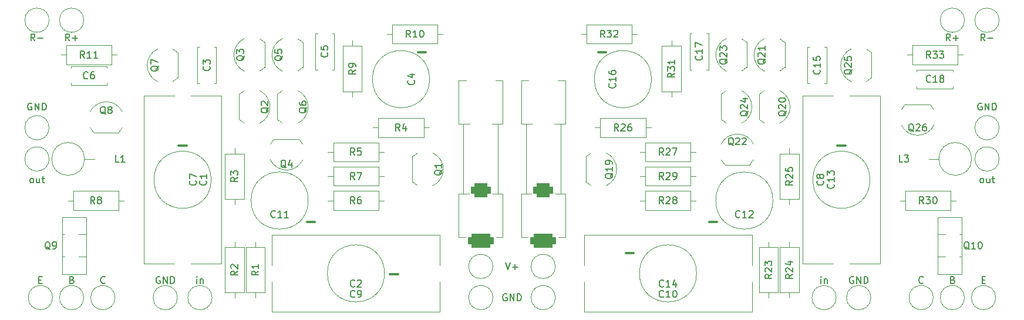
<source format=gto>
G04 #@! TF.GenerationSoftware,KiCad,Pcbnew,9.0.2-9.0.2-0~ubuntu22.04.1*
G04 #@! TF.CreationDate,2025-06-09T06:11:19+02:00*
G04 #@! TF.ProjectId,amp_board_Rev-A,616d705f-626f-4617-9264-5f5265762d41,rev?*
G04 #@! TF.SameCoordinates,Original*
G04 #@! TF.FileFunction,Legend,Top*
G04 #@! TF.FilePolarity,Positive*
%FSLAX46Y46*%
G04 Gerber Fmt 4.6, Leading zero omitted, Abs format (unit mm)*
G04 Created by KiCad (PCBNEW 9.0.2-9.0.2-0~ubuntu22.04.1) date 2025-06-09 06:11:19*
%MOMM*%
%LPD*%
G01*
G04 APERTURE LIST*
G04 Aperture macros list*
%AMRoundRect*
0 Rectangle with rounded corners*
0 $1 Rounding radius*
0 $2 $3 $4 $5 $6 $7 $8 $9 X,Y pos of 4 corners*
0 Add a 4 corners polygon primitive as box body*
4,1,4,$2,$3,$4,$5,$6,$7,$8,$9,$2,$3,0*
0 Add four circle primitives for the rounded corners*
1,1,$1+$1,$2,$3*
1,1,$1+$1,$4,$5*
1,1,$1+$1,$6,$7*
1,1,$1+$1,$8,$9*
0 Add four rect primitives between the rounded corners*
20,1,$1+$1,$2,$3,$4,$5,0*
20,1,$1+$1,$4,$5,$6,$7,0*
20,1,$1+$1,$6,$7,$8,$9,0*
20,1,$1+$1,$8,$9,$2,$3,0*%
G04 Aperture macros list end*
%ADD10C,0.150000*%
%ADD11C,0.300000*%
%ADD12C,0.120000*%
%ADD13C,2.000000*%
%ADD14O,2.000000X2.000000*%
%ADD15C,1.600000*%
%ADD16R,1.500000X1.500000*%
%ADD17C,1.500000*%
%ADD18C,3.000000*%
%ADD19O,1.600000X1.600000*%
%ADD20C,3.600000*%
%ADD21C,5.600000*%
%ADD22C,2.400000*%
%ADD23R,1.800000X1.710000*%
%ADD24O,1.800000X1.710000*%
%ADD25RoundRect,0.500000X1.350000X-0.500000X1.350000X0.500000X-1.350000X0.500000X-1.350000X-0.500000X0*%
%ADD26RoundRect,0.500000X0.900000X-0.500000X0.900000X0.500000X-0.900000X0.500000X-0.900000X-0.500000X0*%
%ADD27O,2.800000X2.000000*%
%ADD28O,3.700000X2.000000*%
G04 APERTURE END LIST*
D10*
X209309523Y-100359580D02*
X209261904Y-100407200D01*
X209261904Y-100407200D02*
X209119047Y-100454819D01*
X209119047Y-100454819D02*
X209023809Y-100454819D01*
X209023809Y-100454819D02*
X208880952Y-100407200D01*
X208880952Y-100407200D02*
X208785714Y-100311961D01*
X208785714Y-100311961D02*
X208738095Y-100216723D01*
X208738095Y-100216723D02*
X208690476Y-100026247D01*
X208690476Y-100026247D02*
X208690476Y-99883390D01*
X208690476Y-99883390D02*
X208738095Y-99692914D01*
X208738095Y-99692914D02*
X208785714Y-99597676D01*
X208785714Y-99597676D02*
X208880952Y-99502438D01*
X208880952Y-99502438D02*
X209023809Y-99454819D01*
X209023809Y-99454819D02*
X209119047Y-99454819D01*
X209119047Y-99454819D02*
X209261904Y-99502438D01*
X209261904Y-99502438D02*
X209309523Y-99550057D01*
X81190476Y-65454819D02*
X80857143Y-64978628D01*
X80619048Y-65454819D02*
X80619048Y-64454819D01*
X80619048Y-64454819D02*
X81000000Y-64454819D01*
X81000000Y-64454819D02*
X81095238Y-64502438D01*
X81095238Y-64502438D02*
X81142857Y-64550057D01*
X81142857Y-64550057D02*
X81190476Y-64645295D01*
X81190476Y-64645295D02*
X81190476Y-64788152D01*
X81190476Y-64788152D02*
X81142857Y-64883390D01*
X81142857Y-64883390D02*
X81095238Y-64931009D01*
X81095238Y-64931009D02*
X81000000Y-64978628D01*
X81000000Y-64978628D02*
X80619048Y-64978628D01*
X81619048Y-65073866D02*
X82380953Y-65073866D01*
X217785714Y-99931009D02*
X218119047Y-99931009D01*
X218261904Y-100454819D02*
X217785714Y-100454819D01*
X217785714Y-100454819D02*
X217785714Y-99454819D01*
X217785714Y-99454819D02*
X218261904Y-99454819D01*
X194547619Y-100454819D02*
X194547619Y-99788152D01*
X194547619Y-99454819D02*
X194500000Y-99502438D01*
X194500000Y-99502438D02*
X194547619Y-99550057D01*
X194547619Y-99550057D02*
X194595238Y-99502438D01*
X194595238Y-99502438D02*
X194547619Y-99454819D01*
X194547619Y-99454819D02*
X194547619Y-99550057D01*
X195023809Y-99788152D02*
X195023809Y-100454819D01*
X195023809Y-99883390D02*
X195071428Y-99835771D01*
X195071428Y-99835771D02*
X195166666Y-99788152D01*
X195166666Y-99788152D02*
X195309523Y-99788152D01*
X195309523Y-99788152D02*
X195404761Y-99835771D01*
X195404761Y-99835771D02*
X195452380Y-99931009D01*
X195452380Y-99931009D02*
X195452380Y-100454819D01*
X213571428Y-99931009D02*
X213714285Y-99978628D01*
X213714285Y-99978628D02*
X213761904Y-100026247D01*
X213761904Y-100026247D02*
X213809523Y-100121485D01*
X213809523Y-100121485D02*
X213809523Y-100264342D01*
X213809523Y-100264342D02*
X213761904Y-100359580D01*
X213761904Y-100359580D02*
X213714285Y-100407200D01*
X213714285Y-100407200D02*
X213619047Y-100454819D01*
X213619047Y-100454819D02*
X213238095Y-100454819D01*
X213238095Y-100454819D02*
X213238095Y-99454819D01*
X213238095Y-99454819D02*
X213571428Y-99454819D01*
X213571428Y-99454819D02*
X213666666Y-99502438D01*
X213666666Y-99502438D02*
X213714285Y-99550057D01*
X213714285Y-99550057D02*
X213761904Y-99645295D01*
X213761904Y-99645295D02*
X213761904Y-99740533D01*
X213761904Y-99740533D02*
X213714285Y-99835771D01*
X213714285Y-99835771D02*
X213666666Y-99883390D01*
X213666666Y-99883390D02*
X213571428Y-99931009D01*
X213571428Y-99931009D02*
X213238095Y-99931009D01*
D11*
X101928571Y-80606900D02*
X103071429Y-80606900D01*
D10*
X86190476Y-65454819D02*
X85857143Y-64978628D01*
X85619048Y-65454819D02*
X85619048Y-64454819D01*
X85619048Y-64454819D02*
X86000000Y-64454819D01*
X86000000Y-64454819D02*
X86095238Y-64502438D01*
X86095238Y-64502438D02*
X86142857Y-64550057D01*
X86142857Y-64550057D02*
X86190476Y-64645295D01*
X86190476Y-64645295D02*
X86190476Y-64788152D01*
X86190476Y-64788152D02*
X86142857Y-64883390D01*
X86142857Y-64883390D02*
X86095238Y-64931009D01*
X86095238Y-64931009D02*
X86000000Y-64978628D01*
X86000000Y-64978628D02*
X85619048Y-64978628D01*
X86619048Y-65073866D02*
X87380953Y-65073866D01*
X87000000Y-65454819D02*
X87000000Y-64692914D01*
D11*
X132428571Y-99106900D02*
X133571429Y-99106900D01*
D10*
X86571428Y-99931009D02*
X86714285Y-99978628D01*
X86714285Y-99978628D02*
X86761904Y-100026247D01*
X86761904Y-100026247D02*
X86809523Y-100121485D01*
X86809523Y-100121485D02*
X86809523Y-100264342D01*
X86809523Y-100264342D02*
X86761904Y-100359580D01*
X86761904Y-100359580D02*
X86714285Y-100407200D01*
X86714285Y-100407200D02*
X86619047Y-100454819D01*
X86619047Y-100454819D02*
X86238095Y-100454819D01*
X86238095Y-100454819D02*
X86238095Y-99454819D01*
X86238095Y-99454819D02*
X86571428Y-99454819D01*
X86571428Y-99454819D02*
X86666666Y-99502438D01*
X86666666Y-99502438D02*
X86714285Y-99550057D01*
X86714285Y-99550057D02*
X86761904Y-99645295D01*
X86761904Y-99645295D02*
X86761904Y-99740533D01*
X86761904Y-99740533D02*
X86714285Y-99835771D01*
X86714285Y-99835771D02*
X86666666Y-99883390D01*
X86666666Y-99883390D02*
X86571428Y-99931009D01*
X86571428Y-99931009D02*
X86238095Y-99931009D01*
X80690476Y-85954819D02*
X80595238Y-85907200D01*
X80595238Y-85907200D02*
X80547619Y-85859580D01*
X80547619Y-85859580D02*
X80500000Y-85764342D01*
X80500000Y-85764342D02*
X80500000Y-85478628D01*
X80500000Y-85478628D02*
X80547619Y-85383390D01*
X80547619Y-85383390D02*
X80595238Y-85335771D01*
X80595238Y-85335771D02*
X80690476Y-85288152D01*
X80690476Y-85288152D02*
X80833333Y-85288152D01*
X80833333Y-85288152D02*
X80928571Y-85335771D01*
X80928571Y-85335771D02*
X80976190Y-85383390D01*
X80976190Y-85383390D02*
X81023809Y-85478628D01*
X81023809Y-85478628D02*
X81023809Y-85764342D01*
X81023809Y-85764342D02*
X80976190Y-85859580D01*
X80976190Y-85859580D02*
X80928571Y-85907200D01*
X80928571Y-85907200D02*
X80833333Y-85954819D01*
X80833333Y-85954819D02*
X80690476Y-85954819D01*
X81880952Y-85288152D02*
X81880952Y-85954819D01*
X81452381Y-85288152D02*
X81452381Y-85811961D01*
X81452381Y-85811961D02*
X81500000Y-85907200D01*
X81500000Y-85907200D02*
X81595238Y-85954819D01*
X81595238Y-85954819D02*
X81738095Y-85954819D01*
X81738095Y-85954819D02*
X81833333Y-85907200D01*
X81833333Y-85907200D02*
X81880952Y-85859580D01*
X82214286Y-85288152D02*
X82595238Y-85288152D01*
X82357143Y-84954819D02*
X82357143Y-85811961D01*
X82357143Y-85811961D02*
X82404762Y-85907200D01*
X82404762Y-85907200D02*
X82500000Y-85954819D01*
X82500000Y-85954819D02*
X82595238Y-85954819D01*
D11*
X120428571Y-91606900D02*
X121571429Y-91606900D01*
D10*
X213190476Y-65454819D02*
X212857143Y-64978628D01*
X212619048Y-65454819D02*
X212619048Y-64454819D01*
X212619048Y-64454819D02*
X213000000Y-64454819D01*
X213000000Y-64454819D02*
X213095238Y-64502438D01*
X213095238Y-64502438D02*
X213142857Y-64550057D01*
X213142857Y-64550057D02*
X213190476Y-64645295D01*
X213190476Y-64645295D02*
X213190476Y-64788152D01*
X213190476Y-64788152D02*
X213142857Y-64883390D01*
X213142857Y-64883390D02*
X213095238Y-64931009D01*
X213095238Y-64931009D02*
X213000000Y-64978628D01*
X213000000Y-64978628D02*
X212619048Y-64978628D01*
X213619048Y-65073866D02*
X214380953Y-65073866D01*
X214000000Y-65454819D02*
X214000000Y-64692914D01*
X99238095Y-99502438D02*
X99142857Y-99454819D01*
X99142857Y-99454819D02*
X99000000Y-99454819D01*
X99000000Y-99454819D02*
X98857143Y-99502438D01*
X98857143Y-99502438D02*
X98761905Y-99597676D01*
X98761905Y-99597676D02*
X98714286Y-99692914D01*
X98714286Y-99692914D02*
X98666667Y-99883390D01*
X98666667Y-99883390D02*
X98666667Y-100026247D01*
X98666667Y-100026247D02*
X98714286Y-100216723D01*
X98714286Y-100216723D02*
X98761905Y-100311961D01*
X98761905Y-100311961D02*
X98857143Y-100407200D01*
X98857143Y-100407200D02*
X99000000Y-100454819D01*
X99000000Y-100454819D02*
X99095238Y-100454819D01*
X99095238Y-100454819D02*
X99238095Y-100407200D01*
X99238095Y-100407200D02*
X99285714Y-100359580D01*
X99285714Y-100359580D02*
X99285714Y-100026247D01*
X99285714Y-100026247D02*
X99095238Y-100026247D01*
X99714286Y-100454819D02*
X99714286Y-99454819D01*
X99714286Y-99454819D02*
X100285714Y-100454819D01*
X100285714Y-100454819D02*
X100285714Y-99454819D01*
X100761905Y-100454819D02*
X100761905Y-99454819D01*
X100761905Y-99454819D02*
X101000000Y-99454819D01*
X101000000Y-99454819D02*
X101142857Y-99502438D01*
X101142857Y-99502438D02*
X101238095Y-99597676D01*
X101238095Y-99597676D02*
X101285714Y-99692914D01*
X101285714Y-99692914D02*
X101333333Y-99883390D01*
X101333333Y-99883390D02*
X101333333Y-100026247D01*
X101333333Y-100026247D02*
X101285714Y-100216723D01*
X101285714Y-100216723D02*
X101238095Y-100311961D01*
X101238095Y-100311961D02*
X101142857Y-100407200D01*
X101142857Y-100407200D02*
X101000000Y-100454819D01*
X101000000Y-100454819D02*
X100761905Y-100454819D01*
X199238095Y-99502438D02*
X199142857Y-99454819D01*
X199142857Y-99454819D02*
X199000000Y-99454819D01*
X199000000Y-99454819D02*
X198857143Y-99502438D01*
X198857143Y-99502438D02*
X198761905Y-99597676D01*
X198761905Y-99597676D02*
X198714286Y-99692914D01*
X198714286Y-99692914D02*
X198666667Y-99883390D01*
X198666667Y-99883390D02*
X198666667Y-100026247D01*
X198666667Y-100026247D02*
X198714286Y-100216723D01*
X198714286Y-100216723D02*
X198761905Y-100311961D01*
X198761905Y-100311961D02*
X198857143Y-100407200D01*
X198857143Y-100407200D02*
X199000000Y-100454819D01*
X199000000Y-100454819D02*
X199095238Y-100454819D01*
X199095238Y-100454819D02*
X199238095Y-100407200D01*
X199238095Y-100407200D02*
X199285714Y-100359580D01*
X199285714Y-100359580D02*
X199285714Y-100026247D01*
X199285714Y-100026247D02*
X199095238Y-100026247D01*
X199714286Y-100454819D02*
X199714286Y-99454819D01*
X199714286Y-99454819D02*
X200285714Y-100454819D01*
X200285714Y-100454819D02*
X200285714Y-99454819D01*
X200761905Y-100454819D02*
X200761905Y-99454819D01*
X200761905Y-99454819D02*
X201000000Y-99454819D01*
X201000000Y-99454819D02*
X201142857Y-99502438D01*
X201142857Y-99502438D02*
X201238095Y-99597676D01*
X201238095Y-99597676D02*
X201285714Y-99692914D01*
X201285714Y-99692914D02*
X201333333Y-99883390D01*
X201333333Y-99883390D02*
X201333333Y-100026247D01*
X201333333Y-100026247D02*
X201285714Y-100216723D01*
X201285714Y-100216723D02*
X201238095Y-100311961D01*
X201238095Y-100311961D02*
X201142857Y-100407200D01*
X201142857Y-100407200D02*
X201000000Y-100454819D01*
X201000000Y-100454819D02*
X200761905Y-100454819D01*
D11*
X166428571Y-96106900D02*
X167571429Y-96106900D01*
D10*
X149238095Y-102002438D02*
X149142857Y-101954819D01*
X149142857Y-101954819D02*
X149000000Y-101954819D01*
X149000000Y-101954819D02*
X148857143Y-102002438D01*
X148857143Y-102002438D02*
X148761905Y-102097676D01*
X148761905Y-102097676D02*
X148714286Y-102192914D01*
X148714286Y-102192914D02*
X148666667Y-102383390D01*
X148666667Y-102383390D02*
X148666667Y-102526247D01*
X148666667Y-102526247D02*
X148714286Y-102716723D01*
X148714286Y-102716723D02*
X148761905Y-102811961D01*
X148761905Y-102811961D02*
X148857143Y-102907200D01*
X148857143Y-102907200D02*
X149000000Y-102954819D01*
X149000000Y-102954819D02*
X149095238Y-102954819D01*
X149095238Y-102954819D02*
X149238095Y-102907200D01*
X149238095Y-102907200D02*
X149285714Y-102859580D01*
X149285714Y-102859580D02*
X149285714Y-102526247D01*
X149285714Y-102526247D02*
X149095238Y-102526247D01*
X149714286Y-102954819D02*
X149714286Y-101954819D01*
X149714286Y-101954819D02*
X150285714Y-102954819D01*
X150285714Y-102954819D02*
X150285714Y-101954819D01*
X150761905Y-102954819D02*
X150761905Y-101954819D01*
X150761905Y-101954819D02*
X151000000Y-101954819D01*
X151000000Y-101954819D02*
X151142857Y-102002438D01*
X151142857Y-102002438D02*
X151238095Y-102097676D01*
X151238095Y-102097676D02*
X151285714Y-102192914D01*
X151285714Y-102192914D02*
X151333333Y-102383390D01*
X151333333Y-102383390D02*
X151333333Y-102526247D01*
X151333333Y-102526247D02*
X151285714Y-102716723D01*
X151285714Y-102716723D02*
X151238095Y-102811961D01*
X151238095Y-102811961D02*
X151142857Y-102907200D01*
X151142857Y-102907200D02*
X151000000Y-102954819D01*
X151000000Y-102954819D02*
X150761905Y-102954819D01*
X81785714Y-99931009D02*
X82119047Y-99931009D01*
X82261904Y-100454819D02*
X81785714Y-100454819D01*
X81785714Y-100454819D02*
X81785714Y-99454819D01*
X81785714Y-99454819D02*
X82261904Y-99454819D01*
X149047619Y-97454819D02*
X149380952Y-98454819D01*
X149380952Y-98454819D02*
X149714285Y-97454819D01*
X150047619Y-98073866D02*
X150809524Y-98073866D01*
X150428571Y-98454819D02*
X150428571Y-97692914D01*
D11*
X178428571Y-91606900D02*
X179571429Y-91606900D01*
D10*
X218190476Y-65454819D02*
X217857143Y-64978628D01*
X217619048Y-65454819D02*
X217619048Y-64454819D01*
X217619048Y-64454819D02*
X218000000Y-64454819D01*
X218000000Y-64454819D02*
X218095238Y-64502438D01*
X218095238Y-64502438D02*
X218142857Y-64550057D01*
X218142857Y-64550057D02*
X218190476Y-64645295D01*
X218190476Y-64645295D02*
X218190476Y-64788152D01*
X218190476Y-64788152D02*
X218142857Y-64883390D01*
X218142857Y-64883390D02*
X218095238Y-64931009D01*
X218095238Y-64931009D02*
X218000000Y-64978628D01*
X218000000Y-64978628D02*
X217619048Y-64978628D01*
X218619048Y-65073866D02*
X219380953Y-65073866D01*
D11*
X136428571Y-67106900D02*
X137571429Y-67106900D01*
X196928571Y-80606900D02*
X198071429Y-80606900D01*
D10*
X217690476Y-85954819D02*
X217595238Y-85907200D01*
X217595238Y-85907200D02*
X217547619Y-85859580D01*
X217547619Y-85859580D02*
X217500000Y-85764342D01*
X217500000Y-85764342D02*
X217500000Y-85478628D01*
X217500000Y-85478628D02*
X217547619Y-85383390D01*
X217547619Y-85383390D02*
X217595238Y-85335771D01*
X217595238Y-85335771D02*
X217690476Y-85288152D01*
X217690476Y-85288152D02*
X217833333Y-85288152D01*
X217833333Y-85288152D02*
X217928571Y-85335771D01*
X217928571Y-85335771D02*
X217976190Y-85383390D01*
X217976190Y-85383390D02*
X218023809Y-85478628D01*
X218023809Y-85478628D02*
X218023809Y-85764342D01*
X218023809Y-85764342D02*
X217976190Y-85859580D01*
X217976190Y-85859580D02*
X217928571Y-85907200D01*
X217928571Y-85907200D02*
X217833333Y-85954819D01*
X217833333Y-85954819D02*
X217690476Y-85954819D01*
X218880952Y-85288152D02*
X218880952Y-85954819D01*
X218452381Y-85288152D02*
X218452381Y-85811961D01*
X218452381Y-85811961D02*
X218500000Y-85907200D01*
X218500000Y-85907200D02*
X218595238Y-85954819D01*
X218595238Y-85954819D02*
X218738095Y-85954819D01*
X218738095Y-85954819D02*
X218833333Y-85907200D01*
X218833333Y-85907200D02*
X218880952Y-85859580D01*
X219214286Y-85288152D02*
X219595238Y-85288152D01*
X219357143Y-84954819D02*
X219357143Y-85811961D01*
X219357143Y-85811961D02*
X219404762Y-85907200D01*
X219404762Y-85907200D02*
X219500000Y-85954819D01*
X219500000Y-85954819D02*
X219595238Y-85954819D01*
X80738095Y-74502438D02*
X80642857Y-74454819D01*
X80642857Y-74454819D02*
X80500000Y-74454819D01*
X80500000Y-74454819D02*
X80357143Y-74502438D01*
X80357143Y-74502438D02*
X80261905Y-74597676D01*
X80261905Y-74597676D02*
X80214286Y-74692914D01*
X80214286Y-74692914D02*
X80166667Y-74883390D01*
X80166667Y-74883390D02*
X80166667Y-75026247D01*
X80166667Y-75026247D02*
X80214286Y-75216723D01*
X80214286Y-75216723D02*
X80261905Y-75311961D01*
X80261905Y-75311961D02*
X80357143Y-75407200D01*
X80357143Y-75407200D02*
X80500000Y-75454819D01*
X80500000Y-75454819D02*
X80595238Y-75454819D01*
X80595238Y-75454819D02*
X80738095Y-75407200D01*
X80738095Y-75407200D02*
X80785714Y-75359580D01*
X80785714Y-75359580D02*
X80785714Y-75026247D01*
X80785714Y-75026247D02*
X80595238Y-75026247D01*
X81214286Y-75454819D02*
X81214286Y-74454819D01*
X81214286Y-74454819D02*
X81785714Y-75454819D01*
X81785714Y-75454819D02*
X81785714Y-74454819D01*
X82261905Y-75454819D02*
X82261905Y-74454819D01*
X82261905Y-74454819D02*
X82500000Y-74454819D01*
X82500000Y-74454819D02*
X82642857Y-74502438D01*
X82642857Y-74502438D02*
X82738095Y-74597676D01*
X82738095Y-74597676D02*
X82785714Y-74692914D01*
X82785714Y-74692914D02*
X82833333Y-74883390D01*
X82833333Y-74883390D02*
X82833333Y-75026247D01*
X82833333Y-75026247D02*
X82785714Y-75216723D01*
X82785714Y-75216723D02*
X82738095Y-75311961D01*
X82738095Y-75311961D02*
X82642857Y-75407200D01*
X82642857Y-75407200D02*
X82500000Y-75454819D01*
X82500000Y-75454819D02*
X82261905Y-75454819D01*
X104547619Y-100454819D02*
X104547619Y-99788152D01*
X104547619Y-99454819D02*
X104500000Y-99502438D01*
X104500000Y-99502438D02*
X104547619Y-99550057D01*
X104547619Y-99550057D02*
X104595238Y-99502438D01*
X104595238Y-99502438D02*
X104547619Y-99454819D01*
X104547619Y-99454819D02*
X104547619Y-99550057D01*
X105023809Y-99788152D02*
X105023809Y-100454819D01*
X105023809Y-99883390D02*
X105071428Y-99835771D01*
X105071428Y-99835771D02*
X105166666Y-99788152D01*
X105166666Y-99788152D02*
X105309523Y-99788152D01*
X105309523Y-99788152D02*
X105404761Y-99835771D01*
X105404761Y-99835771D02*
X105452380Y-99931009D01*
X105452380Y-99931009D02*
X105452380Y-100454819D01*
X91309523Y-100359580D02*
X91261904Y-100407200D01*
X91261904Y-100407200D02*
X91119047Y-100454819D01*
X91119047Y-100454819D02*
X91023809Y-100454819D01*
X91023809Y-100454819D02*
X90880952Y-100407200D01*
X90880952Y-100407200D02*
X90785714Y-100311961D01*
X90785714Y-100311961D02*
X90738095Y-100216723D01*
X90738095Y-100216723D02*
X90690476Y-100026247D01*
X90690476Y-100026247D02*
X90690476Y-99883390D01*
X90690476Y-99883390D02*
X90738095Y-99692914D01*
X90738095Y-99692914D02*
X90785714Y-99597676D01*
X90785714Y-99597676D02*
X90880952Y-99502438D01*
X90880952Y-99502438D02*
X91023809Y-99454819D01*
X91023809Y-99454819D02*
X91119047Y-99454819D01*
X91119047Y-99454819D02*
X91261904Y-99502438D01*
X91261904Y-99502438D02*
X91309523Y-99550057D01*
D11*
X162428571Y-67106900D02*
X163571429Y-67106900D01*
D10*
X217738095Y-74502438D02*
X217642857Y-74454819D01*
X217642857Y-74454819D02*
X217500000Y-74454819D01*
X217500000Y-74454819D02*
X217357143Y-74502438D01*
X217357143Y-74502438D02*
X217261905Y-74597676D01*
X217261905Y-74597676D02*
X217214286Y-74692914D01*
X217214286Y-74692914D02*
X217166667Y-74883390D01*
X217166667Y-74883390D02*
X217166667Y-75026247D01*
X217166667Y-75026247D02*
X217214286Y-75216723D01*
X217214286Y-75216723D02*
X217261905Y-75311961D01*
X217261905Y-75311961D02*
X217357143Y-75407200D01*
X217357143Y-75407200D02*
X217500000Y-75454819D01*
X217500000Y-75454819D02*
X217595238Y-75454819D01*
X217595238Y-75454819D02*
X217738095Y-75407200D01*
X217738095Y-75407200D02*
X217785714Y-75359580D01*
X217785714Y-75359580D02*
X217785714Y-75026247D01*
X217785714Y-75026247D02*
X217595238Y-75026247D01*
X218214286Y-75454819D02*
X218214286Y-74454819D01*
X218214286Y-74454819D02*
X218785714Y-75454819D01*
X218785714Y-75454819D02*
X218785714Y-74454819D01*
X219261905Y-75454819D02*
X219261905Y-74454819D01*
X219261905Y-74454819D02*
X219500000Y-74454819D01*
X219500000Y-74454819D02*
X219642857Y-74502438D01*
X219642857Y-74502438D02*
X219738095Y-74597676D01*
X219738095Y-74597676D02*
X219785714Y-74692914D01*
X219785714Y-74692914D02*
X219833333Y-74883390D01*
X219833333Y-74883390D02*
X219833333Y-75026247D01*
X219833333Y-75026247D02*
X219785714Y-75216723D01*
X219785714Y-75216723D02*
X219738095Y-75311961D01*
X219738095Y-75311961D02*
X219642857Y-75407200D01*
X219642857Y-75407200D02*
X219500000Y-75454819D01*
X219500000Y-75454819D02*
X219261905Y-75454819D01*
X93333333Y-82954819D02*
X92857143Y-82954819D01*
X92857143Y-82954819D02*
X92857143Y-81954819D01*
X94190476Y-82954819D02*
X93619048Y-82954819D01*
X93904762Y-82954819D02*
X93904762Y-81954819D01*
X93904762Y-81954819D02*
X93809524Y-82097676D01*
X93809524Y-82097676D02*
X93714286Y-82192914D01*
X93714286Y-82192914D02*
X93619048Y-82240533D01*
X177359580Y-67642857D02*
X177407200Y-67690476D01*
X177407200Y-67690476D02*
X177454819Y-67833333D01*
X177454819Y-67833333D02*
X177454819Y-67928571D01*
X177454819Y-67928571D02*
X177407200Y-68071428D01*
X177407200Y-68071428D02*
X177311961Y-68166666D01*
X177311961Y-68166666D02*
X177216723Y-68214285D01*
X177216723Y-68214285D02*
X177026247Y-68261904D01*
X177026247Y-68261904D02*
X176883390Y-68261904D01*
X176883390Y-68261904D02*
X176692914Y-68214285D01*
X176692914Y-68214285D02*
X176597676Y-68166666D01*
X176597676Y-68166666D02*
X176502438Y-68071428D01*
X176502438Y-68071428D02*
X176454819Y-67928571D01*
X176454819Y-67928571D02*
X176454819Y-67833333D01*
X176454819Y-67833333D02*
X176502438Y-67690476D01*
X176502438Y-67690476D02*
X176550057Y-67642857D01*
X177454819Y-66690476D02*
X177454819Y-67261904D01*
X177454819Y-66976190D02*
X176454819Y-66976190D01*
X176454819Y-66976190D02*
X176597676Y-67071428D01*
X176597676Y-67071428D02*
X176692914Y-67166666D01*
X176692914Y-67166666D02*
X176740533Y-67261904D01*
X176454819Y-66357142D02*
X176454819Y-65690476D01*
X176454819Y-65690476D02*
X177454819Y-66119047D01*
X139910057Y-84095238D02*
X139862438Y-84190476D01*
X139862438Y-84190476D02*
X139767200Y-84285714D01*
X139767200Y-84285714D02*
X139624342Y-84428571D01*
X139624342Y-84428571D02*
X139576723Y-84523809D01*
X139576723Y-84523809D02*
X139576723Y-84619047D01*
X139814819Y-84571428D02*
X139767200Y-84666666D01*
X139767200Y-84666666D02*
X139671961Y-84761904D01*
X139671961Y-84761904D02*
X139481485Y-84809523D01*
X139481485Y-84809523D02*
X139148152Y-84809523D01*
X139148152Y-84809523D02*
X138957676Y-84761904D01*
X138957676Y-84761904D02*
X138862438Y-84666666D01*
X138862438Y-84666666D02*
X138814819Y-84571428D01*
X138814819Y-84571428D02*
X138814819Y-84380952D01*
X138814819Y-84380952D02*
X138862438Y-84285714D01*
X138862438Y-84285714D02*
X138957676Y-84190476D01*
X138957676Y-84190476D02*
X139148152Y-84142857D01*
X139148152Y-84142857D02*
X139481485Y-84142857D01*
X139481485Y-84142857D02*
X139671961Y-84190476D01*
X139671961Y-84190476D02*
X139767200Y-84285714D01*
X139767200Y-84285714D02*
X139814819Y-84380952D01*
X139814819Y-84380952D02*
X139814819Y-84571428D01*
X139814819Y-83190476D02*
X139814819Y-83761904D01*
X139814819Y-83476190D02*
X138814819Y-83476190D01*
X138814819Y-83476190D02*
X138957676Y-83571428D01*
X138957676Y-83571428D02*
X139052914Y-83666666D01*
X139052914Y-83666666D02*
X139100533Y-83761904D01*
X91404761Y-76050057D02*
X91309523Y-76002438D01*
X91309523Y-76002438D02*
X91214285Y-75907200D01*
X91214285Y-75907200D02*
X91071428Y-75764342D01*
X91071428Y-75764342D02*
X90976190Y-75716723D01*
X90976190Y-75716723D02*
X90880952Y-75716723D01*
X90928571Y-75954819D02*
X90833333Y-75907200D01*
X90833333Y-75907200D02*
X90738095Y-75811961D01*
X90738095Y-75811961D02*
X90690476Y-75621485D01*
X90690476Y-75621485D02*
X90690476Y-75288152D01*
X90690476Y-75288152D02*
X90738095Y-75097676D01*
X90738095Y-75097676D02*
X90833333Y-75002438D01*
X90833333Y-75002438D02*
X90928571Y-74954819D01*
X90928571Y-74954819D02*
X91119047Y-74954819D01*
X91119047Y-74954819D02*
X91214285Y-75002438D01*
X91214285Y-75002438D02*
X91309523Y-75097676D01*
X91309523Y-75097676D02*
X91357142Y-75288152D01*
X91357142Y-75288152D02*
X91357142Y-75621485D01*
X91357142Y-75621485D02*
X91309523Y-75811961D01*
X91309523Y-75811961D02*
X91214285Y-75907200D01*
X91214285Y-75907200D02*
X91119047Y-75954819D01*
X91119047Y-75954819D02*
X90928571Y-75954819D01*
X91928571Y-75383390D02*
X91833333Y-75335771D01*
X91833333Y-75335771D02*
X91785714Y-75288152D01*
X91785714Y-75288152D02*
X91738095Y-75192914D01*
X91738095Y-75192914D02*
X91738095Y-75145295D01*
X91738095Y-75145295D02*
X91785714Y-75050057D01*
X91785714Y-75050057D02*
X91833333Y-75002438D01*
X91833333Y-75002438D02*
X91928571Y-74954819D01*
X91928571Y-74954819D02*
X92119047Y-74954819D01*
X92119047Y-74954819D02*
X92214285Y-75002438D01*
X92214285Y-75002438D02*
X92261904Y-75050057D01*
X92261904Y-75050057D02*
X92309523Y-75145295D01*
X92309523Y-75145295D02*
X92309523Y-75192914D01*
X92309523Y-75192914D02*
X92261904Y-75288152D01*
X92261904Y-75288152D02*
X92214285Y-75335771D01*
X92214285Y-75335771D02*
X92119047Y-75383390D01*
X92119047Y-75383390D02*
X91928571Y-75383390D01*
X91928571Y-75383390D02*
X91833333Y-75431009D01*
X91833333Y-75431009D02*
X91785714Y-75478628D01*
X91785714Y-75478628D02*
X91738095Y-75573866D01*
X91738095Y-75573866D02*
X91738095Y-75764342D01*
X91738095Y-75764342D02*
X91785714Y-75859580D01*
X91785714Y-75859580D02*
X91833333Y-75907200D01*
X91833333Y-75907200D02*
X91928571Y-75954819D01*
X91928571Y-75954819D02*
X92119047Y-75954819D01*
X92119047Y-75954819D02*
X92214285Y-75907200D01*
X92214285Y-75907200D02*
X92261904Y-75859580D01*
X92261904Y-75859580D02*
X92309523Y-75764342D01*
X92309523Y-75764342D02*
X92309523Y-75573866D01*
X92309523Y-75573866D02*
X92261904Y-75478628D01*
X92261904Y-75478628D02*
X92214285Y-75431009D01*
X92214285Y-75431009D02*
X92119047Y-75383390D01*
X182857142Y-90859580D02*
X182809523Y-90907200D01*
X182809523Y-90907200D02*
X182666666Y-90954819D01*
X182666666Y-90954819D02*
X182571428Y-90954819D01*
X182571428Y-90954819D02*
X182428571Y-90907200D01*
X182428571Y-90907200D02*
X182333333Y-90811961D01*
X182333333Y-90811961D02*
X182285714Y-90716723D01*
X182285714Y-90716723D02*
X182238095Y-90526247D01*
X182238095Y-90526247D02*
X182238095Y-90383390D01*
X182238095Y-90383390D02*
X182285714Y-90192914D01*
X182285714Y-90192914D02*
X182333333Y-90097676D01*
X182333333Y-90097676D02*
X182428571Y-90002438D01*
X182428571Y-90002438D02*
X182571428Y-89954819D01*
X182571428Y-89954819D02*
X182666666Y-89954819D01*
X182666666Y-89954819D02*
X182809523Y-90002438D01*
X182809523Y-90002438D02*
X182857142Y-90050057D01*
X183809523Y-90954819D02*
X183238095Y-90954819D01*
X183523809Y-90954819D02*
X183523809Y-89954819D01*
X183523809Y-89954819D02*
X183428571Y-90097676D01*
X183428571Y-90097676D02*
X183333333Y-90192914D01*
X183333333Y-90192914D02*
X183238095Y-90240533D01*
X184190476Y-90050057D02*
X184238095Y-90002438D01*
X184238095Y-90002438D02*
X184333333Y-89954819D01*
X184333333Y-89954819D02*
X184571428Y-89954819D01*
X184571428Y-89954819D02*
X184666666Y-90002438D01*
X184666666Y-90002438D02*
X184714285Y-90050057D01*
X184714285Y-90050057D02*
X184761904Y-90145295D01*
X184761904Y-90145295D02*
X184761904Y-90240533D01*
X184761904Y-90240533D02*
X184714285Y-90383390D01*
X184714285Y-90383390D02*
X184142857Y-90954819D01*
X184142857Y-90954819D02*
X184761904Y-90954819D01*
X164550057Y-84571428D02*
X164502438Y-84666666D01*
X164502438Y-84666666D02*
X164407200Y-84761904D01*
X164407200Y-84761904D02*
X164264342Y-84904761D01*
X164264342Y-84904761D02*
X164216723Y-84999999D01*
X164216723Y-84999999D02*
X164216723Y-85095237D01*
X164454819Y-85047618D02*
X164407200Y-85142856D01*
X164407200Y-85142856D02*
X164311961Y-85238094D01*
X164311961Y-85238094D02*
X164121485Y-85285713D01*
X164121485Y-85285713D02*
X163788152Y-85285713D01*
X163788152Y-85285713D02*
X163597676Y-85238094D01*
X163597676Y-85238094D02*
X163502438Y-85142856D01*
X163502438Y-85142856D02*
X163454819Y-85047618D01*
X163454819Y-85047618D02*
X163454819Y-84857142D01*
X163454819Y-84857142D02*
X163502438Y-84761904D01*
X163502438Y-84761904D02*
X163597676Y-84666666D01*
X163597676Y-84666666D02*
X163788152Y-84619047D01*
X163788152Y-84619047D02*
X164121485Y-84619047D01*
X164121485Y-84619047D02*
X164311961Y-84666666D01*
X164311961Y-84666666D02*
X164407200Y-84761904D01*
X164407200Y-84761904D02*
X164454819Y-84857142D01*
X164454819Y-84857142D02*
X164454819Y-85047618D01*
X164454819Y-83666666D02*
X164454819Y-84238094D01*
X164454819Y-83952380D02*
X163454819Y-83952380D01*
X163454819Y-83952380D02*
X163597676Y-84047618D01*
X163597676Y-84047618D02*
X163692914Y-84142856D01*
X163692914Y-84142856D02*
X163740533Y-84238094D01*
X164454819Y-83190475D02*
X164454819Y-82999999D01*
X164454819Y-82999999D02*
X164407200Y-82904761D01*
X164407200Y-82904761D02*
X164359580Y-82857142D01*
X164359580Y-82857142D02*
X164216723Y-82761904D01*
X164216723Y-82761904D02*
X164026247Y-82714285D01*
X164026247Y-82714285D02*
X163645295Y-82714285D01*
X163645295Y-82714285D02*
X163550057Y-82761904D01*
X163550057Y-82761904D02*
X163502438Y-82809523D01*
X163502438Y-82809523D02*
X163454819Y-82904761D01*
X163454819Y-82904761D02*
X163454819Y-83095237D01*
X163454819Y-83095237D02*
X163502438Y-83190475D01*
X163502438Y-83190475D02*
X163550057Y-83238094D01*
X163550057Y-83238094D02*
X163645295Y-83285713D01*
X163645295Y-83285713D02*
X163883390Y-83285713D01*
X163883390Y-83285713D02*
X163978628Y-83238094D01*
X163978628Y-83238094D02*
X164026247Y-83190475D01*
X164026247Y-83190475D02*
X164073866Y-83095237D01*
X164073866Y-83095237D02*
X164073866Y-82904761D01*
X164073866Y-82904761D02*
X164026247Y-82809523D01*
X164026247Y-82809523D02*
X163978628Y-82761904D01*
X163978628Y-82761904D02*
X163883390Y-82714285D01*
X186550057Y-68071428D02*
X186502438Y-68166666D01*
X186502438Y-68166666D02*
X186407200Y-68261904D01*
X186407200Y-68261904D02*
X186264342Y-68404761D01*
X186264342Y-68404761D02*
X186216723Y-68499999D01*
X186216723Y-68499999D02*
X186216723Y-68595237D01*
X186454819Y-68547618D02*
X186407200Y-68642856D01*
X186407200Y-68642856D02*
X186311961Y-68738094D01*
X186311961Y-68738094D02*
X186121485Y-68785713D01*
X186121485Y-68785713D02*
X185788152Y-68785713D01*
X185788152Y-68785713D02*
X185597676Y-68738094D01*
X185597676Y-68738094D02*
X185502438Y-68642856D01*
X185502438Y-68642856D02*
X185454819Y-68547618D01*
X185454819Y-68547618D02*
X185454819Y-68357142D01*
X185454819Y-68357142D02*
X185502438Y-68261904D01*
X185502438Y-68261904D02*
X185597676Y-68166666D01*
X185597676Y-68166666D02*
X185788152Y-68119047D01*
X185788152Y-68119047D02*
X186121485Y-68119047D01*
X186121485Y-68119047D02*
X186311961Y-68166666D01*
X186311961Y-68166666D02*
X186407200Y-68261904D01*
X186407200Y-68261904D02*
X186454819Y-68357142D01*
X186454819Y-68357142D02*
X186454819Y-68547618D01*
X185550057Y-67738094D02*
X185502438Y-67690475D01*
X185502438Y-67690475D02*
X185454819Y-67595237D01*
X185454819Y-67595237D02*
X185454819Y-67357142D01*
X185454819Y-67357142D02*
X185502438Y-67261904D01*
X185502438Y-67261904D02*
X185550057Y-67214285D01*
X185550057Y-67214285D02*
X185645295Y-67166666D01*
X185645295Y-67166666D02*
X185740533Y-67166666D01*
X185740533Y-67166666D02*
X185883390Y-67214285D01*
X185883390Y-67214285D02*
X186454819Y-67785713D01*
X186454819Y-67785713D02*
X186454819Y-67166666D01*
X186454819Y-66214285D02*
X186454819Y-66785713D01*
X186454819Y-66499999D02*
X185454819Y-66499999D01*
X185454819Y-66499999D02*
X185597676Y-66595237D01*
X185597676Y-66595237D02*
X185692914Y-66690475D01*
X185692914Y-66690475D02*
X185740533Y-66785713D01*
X88833333Y-70859580D02*
X88785714Y-70907200D01*
X88785714Y-70907200D02*
X88642857Y-70954819D01*
X88642857Y-70954819D02*
X88547619Y-70954819D01*
X88547619Y-70954819D02*
X88404762Y-70907200D01*
X88404762Y-70907200D02*
X88309524Y-70811961D01*
X88309524Y-70811961D02*
X88261905Y-70716723D01*
X88261905Y-70716723D02*
X88214286Y-70526247D01*
X88214286Y-70526247D02*
X88214286Y-70383390D01*
X88214286Y-70383390D02*
X88261905Y-70192914D01*
X88261905Y-70192914D02*
X88309524Y-70097676D01*
X88309524Y-70097676D02*
X88404762Y-70002438D01*
X88404762Y-70002438D02*
X88547619Y-69954819D01*
X88547619Y-69954819D02*
X88642857Y-69954819D01*
X88642857Y-69954819D02*
X88785714Y-70002438D01*
X88785714Y-70002438D02*
X88833333Y-70050057D01*
X89690476Y-69954819D02*
X89500000Y-69954819D01*
X89500000Y-69954819D02*
X89404762Y-70002438D01*
X89404762Y-70002438D02*
X89357143Y-70050057D01*
X89357143Y-70050057D02*
X89261905Y-70192914D01*
X89261905Y-70192914D02*
X89214286Y-70383390D01*
X89214286Y-70383390D02*
X89214286Y-70764342D01*
X89214286Y-70764342D02*
X89261905Y-70859580D01*
X89261905Y-70859580D02*
X89309524Y-70907200D01*
X89309524Y-70907200D02*
X89404762Y-70954819D01*
X89404762Y-70954819D02*
X89595238Y-70954819D01*
X89595238Y-70954819D02*
X89690476Y-70907200D01*
X89690476Y-70907200D02*
X89738095Y-70859580D01*
X89738095Y-70859580D02*
X89785714Y-70764342D01*
X89785714Y-70764342D02*
X89785714Y-70526247D01*
X89785714Y-70526247D02*
X89738095Y-70431009D01*
X89738095Y-70431009D02*
X89690476Y-70383390D01*
X89690476Y-70383390D02*
X89595238Y-70335771D01*
X89595238Y-70335771D02*
X89404762Y-70335771D01*
X89404762Y-70335771D02*
X89309524Y-70383390D01*
X89309524Y-70383390D02*
X89261905Y-70431009D01*
X89261905Y-70431009D02*
X89214286Y-70526247D01*
X114910057Y-75095238D02*
X114862438Y-75190476D01*
X114862438Y-75190476D02*
X114767200Y-75285714D01*
X114767200Y-75285714D02*
X114624342Y-75428571D01*
X114624342Y-75428571D02*
X114576723Y-75523809D01*
X114576723Y-75523809D02*
X114576723Y-75619047D01*
X114814819Y-75571428D02*
X114767200Y-75666666D01*
X114767200Y-75666666D02*
X114671961Y-75761904D01*
X114671961Y-75761904D02*
X114481485Y-75809523D01*
X114481485Y-75809523D02*
X114148152Y-75809523D01*
X114148152Y-75809523D02*
X113957676Y-75761904D01*
X113957676Y-75761904D02*
X113862438Y-75666666D01*
X113862438Y-75666666D02*
X113814819Y-75571428D01*
X113814819Y-75571428D02*
X113814819Y-75380952D01*
X113814819Y-75380952D02*
X113862438Y-75285714D01*
X113862438Y-75285714D02*
X113957676Y-75190476D01*
X113957676Y-75190476D02*
X114148152Y-75142857D01*
X114148152Y-75142857D02*
X114481485Y-75142857D01*
X114481485Y-75142857D02*
X114671961Y-75190476D01*
X114671961Y-75190476D02*
X114767200Y-75285714D01*
X114767200Y-75285714D02*
X114814819Y-75380952D01*
X114814819Y-75380952D02*
X114814819Y-75571428D01*
X113910057Y-74761904D02*
X113862438Y-74714285D01*
X113862438Y-74714285D02*
X113814819Y-74619047D01*
X113814819Y-74619047D02*
X113814819Y-74380952D01*
X113814819Y-74380952D02*
X113862438Y-74285714D01*
X113862438Y-74285714D02*
X113910057Y-74238095D01*
X113910057Y-74238095D02*
X114005295Y-74190476D01*
X114005295Y-74190476D02*
X114100533Y-74190476D01*
X114100533Y-74190476D02*
X114243390Y-74238095D01*
X114243390Y-74238095D02*
X114814819Y-74809523D01*
X114814819Y-74809523D02*
X114814819Y-74190476D01*
X164859580Y-71642857D02*
X164907200Y-71690476D01*
X164907200Y-71690476D02*
X164954819Y-71833333D01*
X164954819Y-71833333D02*
X164954819Y-71928571D01*
X164954819Y-71928571D02*
X164907200Y-72071428D01*
X164907200Y-72071428D02*
X164811961Y-72166666D01*
X164811961Y-72166666D02*
X164716723Y-72214285D01*
X164716723Y-72214285D02*
X164526247Y-72261904D01*
X164526247Y-72261904D02*
X164383390Y-72261904D01*
X164383390Y-72261904D02*
X164192914Y-72214285D01*
X164192914Y-72214285D02*
X164097676Y-72166666D01*
X164097676Y-72166666D02*
X164002438Y-72071428D01*
X164002438Y-72071428D02*
X163954819Y-71928571D01*
X163954819Y-71928571D02*
X163954819Y-71833333D01*
X163954819Y-71833333D02*
X164002438Y-71690476D01*
X164002438Y-71690476D02*
X164050057Y-71642857D01*
X164954819Y-70690476D02*
X164954819Y-71261904D01*
X164954819Y-70976190D02*
X163954819Y-70976190D01*
X163954819Y-70976190D02*
X164097676Y-71071428D01*
X164097676Y-71071428D02*
X164192914Y-71166666D01*
X164192914Y-71166666D02*
X164240533Y-71261904D01*
X163954819Y-69833333D02*
X163954819Y-70023809D01*
X163954819Y-70023809D02*
X164002438Y-70119047D01*
X164002438Y-70119047D02*
X164050057Y-70166666D01*
X164050057Y-70166666D02*
X164192914Y-70261904D01*
X164192914Y-70261904D02*
X164383390Y-70309523D01*
X164383390Y-70309523D02*
X164764342Y-70309523D01*
X164764342Y-70309523D02*
X164859580Y-70261904D01*
X164859580Y-70261904D02*
X164907200Y-70214285D01*
X164907200Y-70214285D02*
X164954819Y-70119047D01*
X164954819Y-70119047D02*
X164954819Y-69928571D01*
X164954819Y-69928571D02*
X164907200Y-69833333D01*
X164907200Y-69833333D02*
X164859580Y-69785714D01*
X164859580Y-69785714D02*
X164764342Y-69738095D01*
X164764342Y-69738095D02*
X164526247Y-69738095D01*
X164526247Y-69738095D02*
X164431009Y-69785714D01*
X164431009Y-69785714D02*
X164383390Y-69833333D01*
X164383390Y-69833333D02*
X164335771Y-69928571D01*
X164335771Y-69928571D02*
X164335771Y-70119047D01*
X164335771Y-70119047D02*
X164383390Y-70214285D01*
X164383390Y-70214285D02*
X164431009Y-70261904D01*
X164431009Y-70261904D02*
X164526247Y-70309523D01*
X171857142Y-85454819D02*
X171523809Y-84978628D01*
X171285714Y-85454819D02*
X171285714Y-84454819D01*
X171285714Y-84454819D02*
X171666666Y-84454819D01*
X171666666Y-84454819D02*
X171761904Y-84502438D01*
X171761904Y-84502438D02*
X171809523Y-84550057D01*
X171809523Y-84550057D02*
X171857142Y-84645295D01*
X171857142Y-84645295D02*
X171857142Y-84788152D01*
X171857142Y-84788152D02*
X171809523Y-84883390D01*
X171809523Y-84883390D02*
X171761904Y-84931009D01*
X171761904Y-84931009D02*
X171666666Y-84978628D01*
X171666666Y-84978628D02*
X171285714Y-84978628D01*
X172238095Y-84550057D02*
X172285714Y-84502438D01*
X172285714Y-84502438D02*
X172380952Y-84454819D01*
X172380952Y-84454819D02*
X172619047Y-84454819D01*
X172619047Y-84454819D02*
X172714285Y-84502438D01*
X172714285Y-84502438D02*
X172761904Y-84550057D01*
X172761904Y-84550057D02*
X172809523Y-84645295D01*
X172809523Y-84645295D02*
X172809523Y-84740533D01*
X172809523Y-84740533D02*
X172761904Y-84883390D01*
X172761904Y-84883390D02*
X172190476Y-85454819D01*
X172190476Y-85454819D02*
X172809523Y-85454819D01*
X173285714Y-85454819D02*
X173476190Y-85454819D01*
X173476190Y-85454819D02*
X173571428Y-85407200D01*
X173571428Y-85407200D02*
X173619047Y-85359580D01*
X173619047Y-85359580D02*
X173714285Y-85216723D01*
X173714285Y-85216723D02*
X173761904Y-85026247D01*
X173761904Y-85026247D02*
X173761904Y-84645295D01*
X173761904Y-84645295D02*
X173714285Y-84550057D01*
X173714285Y-84550057D02*
X173666666Y-84502438D01*
X173666666Y-84502438D02*
X173571428Y-84454819D01*
X173571428Y-84454819D02*
X173380952Y-84454819D01*
X173380952Y-84454819D02*
X173285714Y-84502438D01*
X173285714Y-84502438D02*
X173238095Y-84550057D01*
X173238095Y-84550057D02*
X173190476Y-84645295D01*
X173190476Y-84645295D02*
X173190476Y-84883390D01*
X173190476Y-84883390D02*
X173238095Y-84978628D01*
X173238095Y-84978628D02*
X173285714Y-85026247D01*
X173285714Y-85026247D02*
X173380952Y-85073866D01*
X173380952Y-85073866D02*
X173571428Y-85073866D01*
X173571428Y-85073866D02*
X173666666Y-85026247D01*
X173666666Y-85026247D02*
X173714285Y-84978628D01*
X173714285Y-84978628D02*
X173761904Y-84883390D01*
X184050057Y-75571428D02*
X184002438Y-75666666D01*
X184002438Y-75666666D02*
X183907200Y-75761904D01*
X183907200Y-75761904D02*
X183764342Y-75904761D01*
X183764342Y-75904761D02*
X183716723Y-75999999D01*
X183716723Y-75999999D02*
X183716723Y-76095237D01*
X183954819Y-76047618D02*
X183907200Y-76142856D01*
X183907200Y-76142856D02*
X183811961Y-76238094D01*
X183811961Y-76238094D02*
X183621485Y-76285713D01*
X183621485Y-76285713D02*
X183288152Y-76285713D01*
X183288152Y-76285713D02*
X183097676Y-76238094D01*
X183097676Y-76238094D02*
X183002438Y-76142856D01*
X183002438Y-76142856D02*
X182954819Y-76047618D01*
X182954819Y-76047618D02*
X182954819Y-75857142D01*
X182954819Y-75857142D02*
X183002438Y-75761904D01*
X183002438Y-75761904D02*
X183097676Y-75666666D01*
X183097676Y-75666666D02*
X183288152Y-75619047D01*
X183288152Y-75619047D02*
X183621485Y-75619047D01*
X183621485Y-75619047D02*
X183811961Y-75666666D01*
X183811961Y-75666666D02*
X183907200Y-75761904D01*
X183907200Y-75761904D02*
X183954819Y-75857142D01*
X183954819Y-75857142D02*
X183954819Y-76047618D01*
X183050057Y-75238094D02*
X183002438Y-75190475D01*
X183002438Y-75190475D02*
X182954819Y-75095237D01*
X182954819Y-75095237D02*
X182954819Y-74857142D01*
X182954819Y-74857142D02*
X183002438Y-74761904D01*
X183002438Y-74761904D02*
X183050057Y-74714285D01*
X183050057Y-74714285D02*
X183145295Y-74666666D01*
X183145295Y-74666666D02*
X183240533Y-74666666D01*
X183240533Y-74666666D02*
X183383390Y-74714285D01*
X183383390Y-74714285D02*
X183954819Y-75285713D01*
X183954819Y-75285713D02*
X183954819Y-74666666D01*
X183288152Y-73809523D02*
X183954819Y-73809523D01*
X182907200Y-74047618D02*
X183621485Y-74285713D01*
X183621485Y-74285713D02*
X183621485Y-73666666D01*
X173454819Y-70142857D02*
X172978628Y-70476190D01*
X173454819Y-70714285D02*
X172454819Y-70714285D01*
X172454819Y-70714285D02*
X172454819Y-70333333D01*
X172454819Y-70333333D02*
X172502438Y-70238095D01*
X172502438Y-70238095D02*
X172550057Y-70190476D01*
X172550057Y-70190476D02*
X172645295Y-70142857D01*
X172645295Y-70142857D02*
X172788152Y-70142857D01*
X172788152Y-70142857D02*
X172883390Y-70190476D01*
X172883390Y-70190476D02*
X172931009Y-70238095D01*
X172931009Y-70238095D02*
X172978628Y-70333333D01*
X172978628Y-70333333D02*
X172978628Y-70714285D01*
X172454819Y-69809523D02*
X172454819Y-69190476D01*
X172454819Y-69190476D02*
X172835771Y-69523809D01*
X172835771Y-69523809D02*
X172835771Y-69380952D01*
X172835771Y-69380952D02*
X172883390Y-69285714D01*
X172883390Y-69285714D02*
X172931009Y-69238095D01*
X172931009Y-69238095D02*
X173026247Y-69190476D01*
X173026247Y-69190476D02*
X173264342Y-69190476D01*
X173264342Y-69190476D02*
X173359580Y-69238095D01*
X173359580Y-69238095D02*
X173407200Y-69285714D01*
X173407200Y-69285714D02*
X173454819Y-69380952D01*
X173454819Y-69380952D02*
X173454819Y-69666666D01*
X173454819Y-69666666D02*
X173407200Y-69761904D01*
X173407200Y-69761904D02*
X173359580Y-69809523D01*
X173454819Y-68238095D02*
X173454819Y-68809523D01*
X173454819Y-68523809D02*
X172454819Y-68523809D01*
X172454819Y-68523809D02*
X172597676Y-68619047D01*
X172597676Y-68619047D02*
X172692914Y-68714285D01*
X172692914Y-68714285D02*
X172740533Y-68809523D01*
X194859580Y-85666666D02*
X194907200Y-85714285D01*
X194907200Y-85714285D02*
X194954819Y-85857142D01*
X194954819Y-85857142D02*
X194954819Y-85952380D01*
X194954819Y-85952380D02*
X194907200Y-86095237D01*
X194907200Y-86095237D02*
X194811961Y-86190475D01*
X194811961Y-86190475D02*
X194716723Y-86238094D01*
X194716723Y-86238094D02*
X194526247Y-86285713D01*
X194526247Y-86285713D02*
X194383390Y-86285713D01*
X194383390Y-86285713D02*
X194192914Y-86238094D01*
X194192914Y-86238094D02*
X194097676Y-86190475D01*
X194097676Y-86190475D02*
X194002438Y-86095237D01*
X194002438Y-86095237D02*
X193954819Y-85952380D01*
X193954819Y-85952380D02*
X193954819Y-85857142D01*
X193954819Y-85857142D02*
X194002438Y-85714285D01*
X194002438Y-85714285D02*
X194050057Y-85666666D01*
X194383390Y-85095237D02*
X194335771Y-85190475D01*
X194335771Y-85190475D02*
X194288152Y-85238094D01*
X194288152Y-85238094D02*
X194192914Y-85285713D01*
X194192914Y-85285713D02*
X194145295Y-85285713D01*
X194145295Y-85285713D02*
X194050057Y-85238094D01*
X194050057Y-85238094D02*
X194002438Y-85190475D01*
X194002438Y-85190475D02*
X193954819Y-85095237D01*
X193954819Y-85095237D02*
X193954819Y-84904761D01*
X193954819Y-84904761D02*
X194002438Y-84809523D01*
X194002438Y-84809523D02*
X194050057Y-84761904D01*
X194050057Y-84761904D02*
X194145295Y-84714285D01*
X194145295Y-84714285D02*
X194192914Y-84714285D01*
X194192914Y-84714285D02*
X194288152Y-84761904D01*
X194288152Y-84761904D02*
X194335771Y-84809523D01*
X194335771Y-84809523D02*
X194383390Y-84904761D01*
X194383390Y-84904761D02*
X194383390Y-85095237D01*
X194383390Y-85095237D02*
X194431009Y-85190475D01*
X194431009Y-85190475D02*
X194478628Y-85238094D01*
X194478628Y-85238094D02*
X194573866Y-85285713D01*
X194573866Y-85285713D02*
X194764342Y-85285713D01*
X194764342Y-85285713D02*
X194859580Y-85238094D01*
X194859580Y-85238094D02*
X194907200Y-85190475D01*
X194907200Y-85190475D02*
X194954819Y-85095237D01*
X194954819Y-85095237D02*
X194954819Y-84904761D01*
X194954819Y-84904761D02*
X194907200Y-84809523D01*
X194907200Y-84809523D02*
X194859580Y-84761904D01*
X194859580Y-84761904D02*
X194764342Y-84714285D01*
X194764342Y-84714285D02*
X194573866Y-84714285D01*
X194573866Y-84714285D02*
X194478628Y-84761904D01*
X194478628Y-84761904D02*
X194431009Y-84809523D01*
X194431009Y-84809523D02*
X194383390Y-84904761D01*
X83404761Y-95550057D02*
X83309523Y-95502438D01*
X83309523Y-95502438D02*
X83214285Y-95407200D01*
X83214285Y-95407200D02*
X83071428Y-95264342D01*
X83071428Y-95264342D02*
X82976190Y-95216723D01*
X82976190Y-95216723D02*
X82880952Y-95216723D01*
X82928571Y-95454819D02*
X82833333Y-95407200D01*
X82833333Y-95407200D02*
X82738095Y-95311961D01*
X82738095Y-95311961D02*
X82690476Y-95121485D01*
X82690476Y-95121485D02*
X82690476Y-94788152D01*
X82690476Y-94788152D02*
X82738095Y-94597676D01*
X82738095Y-94597676D02*
X82833333Y-94502438D01*
X82833333Y-94502438D02*
X82928571Y-94454819D01*
X82928571Y-94454819D02*
X83119047Y-94454819D01*
X83119047Y-94454819D02*
X83214285Y-94502438D01*
X83214285Y-94502438D02*
X83309523Y-94597676D01*
X83309523Y-94597676D02*
X83357142Y-94788152D01*
X83357142Y-94788152D02*
X83357142Y-95121485D01*
X83357142Y-95121485D02*
X83309523Y-95311961D01*
X83309523Y-95311961D02*
X83214285Y-95407200D01*
X83214285Y-95407200D02*
X83119047Y-95454819D01*
X83119047Y-95454819D02*
X82928571Y-95454819D01*
X83833333Y-95454819D02*
X84023809Y-95454819D01*
X84023809Y-95454819D02*
X84119047Y-95407200D01*
X84119047Y-95407200D02*
X84166666Y-95359580D01*
X84166666Y-95359580D02*
X84261904Y-95216723D01*
X84261904Y-95216723D02*
X84309523Y-95026247D01*
X84309523Y-95026247D02*
X84309523Y-94645295D01*
X84309523Y-94645295D02*
X84261904Y-94550057D01*
X84261904Y-94550057D02*
X84214285Y-94502438D01*
X84214285Y-94502438D02*
X84119047Y-94454819D01*
X84119047Y-94454819D02*
X83928571Y-94454819D01*
X83928571Y-94454819D02*
X83833333Y-94502438D01*
X83833333Y-94502438D02*
X83785714Y-94550057D01*
X83785714Y-94550057D02*
X83738095Y-94645295D01*
X83738095Y-94645295D02*
X83738095Y-94883390D01*
X83738095Y-94883390D02*
X83785714Y-94978628D01*
X83785714Y-94978628D02*
X83833333Y-95026247D01*
X83833333Y-95026247D02*
X83928571Y-95073866D01*
X83928571Y-95073866D02*
X84119047Y-95073866D01*
X84119047Y-95073866D02*
X84214285Y-95026247D01*
X84214285Y-95026247D02*
X84261904Y-94978628D01*
X84261904Y-94978628D02*
X84309523Y-94883390D01*
X111410057Y-67595238D02*
X111362438Y-67690476D01*
X111362438Y-67690476D02*
X111267200Y-67785714D01*
X111267200Y-67785714D02*
X111124342Y-67928571D01*
X111124342Y-67928571D02*
X111076723Y-68023809D01*
X111076723Y-68023809D02*
X111076723Y-68119047D01*
X111314819Y-68071428D02*
X111267200Y-68166666D01*
X111267200Y-68166666D02*
X111171961Y-68261904D01*
X111171961Y-68261904D02*
X110981485Y-68309523D01*
X110981485Y-68309523D02*
X110648152Y-68309523D01*
X110648152Y-68309523D02*
X110457676Y-68261904D01*
X110457676Y-68261904D02*
X110362438Y-68166666D01*
X110362438Y-68166666D02*
X110314819Y-68071428D01*
X110314819Y-68071428D02*
X110314819Y-67880952D01*
X110314819Y-67880952D02*
X110362438Y-67785714D01*
X110362438Y-67785714D02*
X110457676Y-67690476D01*
X110457676Y-67690476D02*
X110648152Y-67642857D01*
X110648152Y-67642857D02*
X110981485Y-67642857D01*
X110981485Y-67642857D02*
X111171961Y-67690476D01*
X111171961Y-67690476D02*
X111267200Y-67785714D01*
X111267200Y-67785714D02*
X111314819Y-67880952D01*
X111314819Y-67880952D02*
X111314819Y-68071428D01*
X110314819Y-67309523D02*
X110314819Y-66690476D01*
X110314819Y-66690476D02*
X110695771Y-67023809D01*
X110695771Y-67023809D02*
X110695771Y-66880952D01*
X110695771Y-66880952D02*
X110743390Y-66785714D01*
X110743390Y-66785714D02*
X110791009Y-66738095D01*
X110791009Y-66738095D02*
X110886247Y-66690476D01*
X110886247Y-66690476D02*
X111124342Y-66690476D01*
X111124342Y-66690476D02*
X111219580Y-66738095D01*
X111219580Y-66738095D02*
X111267200Y-66785714D01*
X111267200Y-66785714D02*
X111314819Y-66880952D01*
X111314819Y-66880952D02*
X111314819Y-67166666D01*
X111314819Y-67166666D02*
X111267200Y-67261904D01*
X111267200Y-67261904D02*
X111219580Y-67309523D01*
X105859580Y-85666666D02*
X105907200Y-85714285D01*
X105907200Y-85714285D02*
X105954819Y-85857142D01*
X105954819Y-85857142D02*
X105954819Y-85952380D01*
X105954819Y-85952380D02*
X105907200Y-86095237D01*
X105907200Y-86095237D02*
X105811961Y-86190475D01*
X105811961Y-86190475D02*
X105716723Y-86238094D01*
X105716723Y-86238094D02*
X105526247Y-86285713D01*
X105526247Y-86285713D02*
X105383390Y-86285713D01*
X105383390Y-86285713D02*
X105192914Y-86238094D01*
X105192914Y-86238094D02*
X105097676Y-86190475D01*
X105097676Y-86190475D02*
X105002438Y-86095237D01*
X105002438Y-86095237D02*
X104954819Y-85952380D01*
X104954819Y-85952380D02*
X104954819Y-85857142D01*
X104954819Y-85857142D02*
X105002438Y-85714285D01*
X105002438Y-85714285D02*
X105050057Y-85666666D01*
X105954819Y-84714285D02*
X105954819Y-85285713D01*
X105954819Y-84999999D02*
X104954819Y-84999999D01*
X104954819Y-84999999D02*
X105097676Y-85095237D01*
X105097676Y-85095237D02*
X105192914Y-85190475D01*
X105192914Y-85190475D02*
X105240533Y-85285713D01*
X189550057Y-75571428D02*
X189502438Y-75666666D01*
X189502438Y-75666666D02*
X189407200Y-75761904D01*
X189407200Y-75761904D02*
X189264342Y-75904761D01*
X189264342Y-75904761D02*
X189216723Y-75999999D01*
X189216723Y-75999999D02*
X189216723Y-76095237D01*
X189454819Y-76047618D02*
X189407200Y-76142856D01*
X189407200Y-76142856D02*
X189311961Y-76238094D01*
X189311961Y-76238094D02*
X189121485Y-76285713D01*
X189121485Y-76285713D02*
X188788152Y-76285713D01*
X188788152Y-76285713D02*
X188597676Y-76238094D01*
X188597676Y-76238094D02*
X188502438Y-76142856D01*
X188502438Y-76142856D02*
X188454819Y-76047618D01*
X188454819Y-76047618D02*
X188454819Y-75857142D01*
X188454819Y-75857142D02*
X188502438Y-75761904D01*
X188502438Y-75761904D02*
X188597676Y-75666666D01*
X188597676Y-75666666D02*
X188788152Y-75619047D01*
X188788152Y-75619047D02*
X189121485Y-75619047D01*
X189121485Y-75619047D02*
X189311961Y-75666666D01*
X189311961Y-75666666D02*
X189407200Y-75761904D01*
X189407200Y-75761904D02*
X189454819Y-75857142D01*
X189454819Y-75857142D02*
X189454819Y-76047618D01*
X188550057Y-75238094D02*
X188502438Y-75190475D01*
X188502438Y-75190475D02*
X188454819Y-75095237D01*
X188454819Y-75095237D02*
X188454819Y-74857142D01*
X188454819Y-74857142D02*
X188502438Y-74761904D01*
X188502438Y-74761904D02*
X188550057Y-74714285D01*
X188550057Y-74714285D02*
X188645295Y-74666666D01*
X188645295Y-74666666D02*
X188740533Y-74666666D01*
X188740533Y-74666666D02*
X188883390Y-74714285D01*
X188883390Y-74714285D02*
X189454819Y-75285713D01*
X189454819Y-75285713D02*
X189454819Y-74666666D01*
X188454819Y-74047618D02*
X188454819Y-73952380D01*
X188454819Y-73952380D02*
X188502438Y-73857142D01*
X188502438Y-73857142D02*
X188550057Y-73809523D01*
X188550057Y-73809523D02*
X188645295Y-73761904D01*
X188645295Y-73761904D02*
X188835771Y-73714285D01*
X188835771Y-73714285D02*
X189073866Y-73714285D01*
X189073866Y-73714285D02*
X189264342Y-73761904D01*
X189264342Y-73761904D02*
X189359580Y-73809523D01*
X189359580Y-73809523D02*
X189407200Y-73857142D01*
X189407200Y-73857142D02*
X189454819Y-73952380D01*
X189454819Y-73952380D02*
X189454819Y-74047618D01*
X189454819Y-74047618D02*
X189407200Y-74142856D01*
X189407200Y-74142856D02*
X189359580Y-74190475D01*
X189359580Y-74190475D02*
X189264342Y-74238094D01*
X189264342Y-74238094D02*
X189073866Y-74285713D01*
X189073866Y-74285713D02*
X188835771Y-74285713D01*
X188835771Y-74285713D02*
X188645295Y-74238094D01*
X188645295Y-74238094D02*
X188550057Y-74190475D01*
X188550057Y-74190475D02*
X188502438Y-74142856D01*
X188502438Y-74142856D02*
X188454819Y-74047618D01*
X181928571Y-80550057D02*
X181833333Y-80502438D01*
X181833333Y-80502438D02*
X181738095Y-80407200D01*
X181738095Y-80407200D02*
X181595238Y-80264342D01*
X181595238Y-80264342D02*
X181500000Y-80216723D01*
X181500000Y-80216723D02*
X181404762Y-80216723D01*
X181452381Y-80454819D02*
X181357143Y-80407200D01*
X181357143Y-80407200D02*
X181261905Y-80311961D01*
X181261905Y-80311961D02*
X181214286Y-80121485D01*
X181214286Y-80121485D02*
X181214286Y-79788152D01*
X181214286Y-79788152D02*
X181261905Y-79597676D01*
X181261905Y-79597676D02*
X181357143Y-79502438D01*
X181357143Y-79502438D02*
X181452381Y-79454819D01*
X181452381Y-79454819D02*
X181642857Y-79454819D01*
X181642857Y-79454819D02*
X181738095Y-79502438D01*
X181738095Y-79502438D02*
X181833333Y-79597676D01*
X181833333Y-79597676D02*
X181880952Y-79788152D01*
X181880952Y-79788152D02*
X181880952Y-80121485D01*
X181880952Y-80121485D02*
X181833333Y-80311961D01*
X181833333Y-80311961D02*
X181738095Y-80407200D01*
X181738095Y-80407200D02*
X181642857Y-80454819D01*
X181642857Y-80454819D02*
X181452381Y-80454819D01*
X182261905Y-79550057D02*
X182309524Y-79502438D01*
X182309524Y-79502438D02*
X182404762Y-79454819D01*
X182404762Y-79454819D02*
X182642857Y-79454819D01*
X182642857Y-79454819D02*
X182738095Y-79502438D01*
X182738095Y-79502438D02*
X182785714Y-79550057D01*
X182785714Y-79550057D02*
X182833333Y-79645295D01*
X182833333Y-79645295D02*
X182833333Y-79740533D01*
X182833333Y-79740533D02*
X182785714Y-79883390D01*
X182785714Y-79883390D02*
X182214286Y-80454819D01*
X182214286Y-80454819D02*
X182833333Y-80454819D01*
X183214286Y-79550057D02*
X183261905Y-79502438D01*
X183261905Y-79502438D02*
X183357143Y-79454819D01*
X183357143Y-79454819D02*
X183595238Y-79454819D01*
X183595238Y-79454819D02*
X183690476Y-79502438D01*
X183690476Y-79502438D02*
X183738095Y-79550057D01*
X183738095Y-79550057D02*
X183785714Y-79645295D01*
X183785714Y-79645295D02*
X183785714Y-79740533D01*
X183785714Y-79740533D02*
X183738095Y-79883390D01*
X183738095Y-79883390D02*
X183166667Y-80454819D01*
X183166667Y-80454819D02*
X183785714Y-80454819D01*
X171857142Y-100859580D02*
X171809523Y-100907200D01*
X171809523Y-100907200D02*
X171666666Y-100954819D01*
X171666666Y-100954819D02*
X171571428Y-100954819D01*
X171571428Y-100954819D02*
X171428571Y-100907200D01*
X171428571Y-100907200D02*
X171333333Y-100811961D01*
X171333333Y-100811961D02*
X171285714Y-100716723D01*
X171285714Y-100716723D02*
X171238095Y-100526247D01*
X171238095Y-100526247D02*
X171238095Y-100383390D01*
X171238095Y-100383390D02*
X171285714Y-100192914D01*
X171285714Y-100192914D02*
X171333333Y-100097676D01*
X171333333Y-100097676D02*
X171428571Y-100002438D01*
X171428571Y-100002438D02*
X171571428Y-99954819D01*
X171571428Y-99954819D02*
X171666666Y-99954819D01*
X171666666Y-99954819D02*
X171809523Y-100002438D01*
X171809523Y-100002438D02*
X171857142Y-100050057D01*
X172809523Y-100954819D02*
X172238095Y-100954819D01*
X172523809Y-100954819D02*
X172523809Y-99954819D01*
X172523809Y-99954819D02*
X172428571Y-100097676D01*
X172428571Y-100097676D02*
X172333333Y-100192914D01*
X172333333Y-100192914D02*
X172238095Y-100240533D01*
X173666666Y-100288152D02*
X173666666Y-100954819D01*
X173428571Y-99907200D02*
X173190476Y-100621485D01*
X173190476Y-100621485D02*
X173809523Y-100621485D01*
X209357142Y-88954819D02*
X209023809Y-88478628D01*
X208785714Y-88954819D02*
X208785714Y-87954819D01*
X208785714Y-87954819D02*
X209166666Y-87954819D01*
X209166666Y-87954819D02*
X209261904Y-88002438D01*
X209261904Y-88002438D02*
X209309523Y-88050057D01*
X209309523Y-88050057D02*
X209357142Y-88145295D01*
X209357142Y-88145295D02*
X209357142Y-88288152D01*
X209357142Y-88288152D02*
X209309523Y-88383390D01*
X209309523Y-88383390D02*
X209261904Y-88431009D01*
X209261904Y-88431009D02*
X209166666Y-88478628D01*
X209166666Y-88478628D02*
X208785714Y-88478628D01*
X209690476Y-87954819D02*
X210309523Y-87954819D01*
X210309523Y-87954819D02*
X209976190Y-88335771D01*
X209976190Y-88335771D02*
X210119047Y-88335771D01*
X210119047Y-88335771D02*
X210214285Y-88383390D01*
X210214285Y-88383390D02*
X210261904Y-88431009D01*
X210261904Y-88431009D02*
X210309523Y-88526247D01*
X210309523Y-88526247D02*
X210309523Y-88764342D01*
X210309523Y-88764342D02*
X210261904Y-88859580D01*
X210261904Y-88859580D02*
X210214285Y-88907200D01*
X210214285Y-88907200D02*
X210119047Y-88954819D01*
X210119047Y-88954819D02*
X209833333Y-88954819D01*
X209833333Y-88954819D02*
X209738095Y-88907200D01*
X209738095Y-88907200D02*
X209690476Y-88859580D01*
X210928571Y-87954819D02*
X211023809Y-87954819D01*
X211023809Y-87954819D02*
X211119047Y-88002438D01*
X211119047Y-88002438D02*
X211166666Y-88050057D01*
X211166666Y-88050057D02*
X211214285Y-88145295D01*
X211214285Y-88145295D02*
X211261904Y-88335771D01*
X211261904Y-88335771D02*
X211261904Y-88573866D01*
X211261904Y-88573866D02*
X211214285Y-88764342D01*
X211214285Y-88764342D02*
X211166666Y-88859580D01*
X211166666Y-88859580D02*
X211119047Y-88907200D01*
X211119047Y-88907200D02*
X211023809Y-88954819D01*
X211023809Y-88954819D02*
X210928571Y-88954819D01*
X210928571Y-88954819D02*
X210833333Y-88907200D01*
X210833333Y-88907200D02*
X210785714Y-88859580D01*
X210785714Y-88859580D02*
X210738095Y-88764342D01*
X210738095Y-88764342D02*
X210690476Y-88573866D01*
X210690476Y-88573866D02*
X210690476Y-88335771D01*
X210690476Y-88335771D02*
X210738095Y-88145295D01*
X210738095Y-88145295D02*
X210785714Y-88050057D01*
X210785714Y-88050057D02*
X210833333Y-88002438D01*
X210833333Y-88002438D02*
X210928571Y-87954819D01*
X135357142Y-64954819D02*
X135023809Y-64478628D01*
X134785714Y-64954819D02*
X134785714Y-63954819D01*
X134785714Y-63954819D02*
X135166666Y-63954819D01*
X135166666Y-63954819D02*
X135261904Y-64002438D01*
X135261904Y-64002438D02*
X135309523Y-64050057D01*
X135309523Y-64050057D02*
X135357142Y-64145295D01*
X135357142Y-64145295D02*
X135357142Y-64288152D01*
X135357142Y-64288152D02*
X135309523Y-64383390D01*
X135309523Y-64383390D02*
X135261904Y-64431009D01*
X135261904Y-64431009D02*
X135166666Y-64478628D01*
X135166666Y-64478628D02*
X134785714Y-64478628D01*
X136309523Y-64954819D02*
X135738095Y-64954819D01*
X136023809Y-64954819D02*
X136023809Y-63954819D01*
X136023809Y-63954819D02*
X135928571Y-64097676D01*
X135928571Y-64097676D02*
X135833333Y-64192914D01*
X135833333Y-64192914D02*
X135738095Y-64240533D01*
X136928571Y-63954819D02*
X137023809Y-63954819D01*
X137023809Y-63954819D02*
X137119047Y-64002438D01*
X137119047Y-64002438D02*
X137166666Y-64050057D01*
X137166666Y-64050057D02*
X137214285Y-64145295D01*
X137214285Y-64145295D02*
X137261904Y-64335771D01*
X137261904Y-64335771D02*
X137261904Y-64573866D01*
X137261904Y-64573866D02*
X137214285Y-64764342D01*
X137214285Y-64764342D02*
X137166666Y-64859580D01*
X137166666Y-64859580D02*
X137119047Y-64907200D01*
X137119047Y-64907200D02*
X137023809Y-64954819D01*
X137023809Y-64954819D02*
X136928571Y-64954819D01*
X136928571Y-64954819D02*
X136833333Y-64907200D01*
X136833333Y-64907200D02*
X136785714Y-64859580D01*
X136785714Y-64859580D02*
X136738095Y-64764342D01*
X136738095Y-64764342D02*
X136690476Y-64573866D01*
X136690476Y-64573866D02*
X136690476Y-64335771D01*
X136690476Y-64335771D02*
X136738095Y-64145295D01*
X136738095Y-64145295D02*
X136785714Y-64050057D01*
X136785714Y-64050057D02*
X136833333Y-64002438D01*
X136833333Y-64002438D02*
X136928571Y-63954819D01*
X210357142Y-67954819D02*
X210023809Y-67478628D01*
X209785714Y-67954819D02*
X209785714Y-66954819D01*
X209785714Y-66954819D02*
X210166666Y-66954819D01*
X210166666Y-66954819D02*
X210261904Y-67002438D01*
X210261904Y-67002438D02*
X210309523Y-67050057D01*
X210309523Y-67050057D02*
X210357142Y-67145295D01*
X210357142Y-67145295D02*
X210357142Y-67288152D01*
X210357142Y-67288152D02*
X210309523Y-67383390D01*
X210309523Y-67383390D02*
X210261904Y-67431009D01*
X210261904Y-67431009D02*
X210166666Y-67478628D01*
X210166666Y-67478628D02*
X209785714Y-67478628D01*
X210690476Y-66954819D02*
X211309523Y-66954819D01*
X211309523Y-66954819D02*
X210976190Y-67335771D01*
X210976190Y-67335771D02*
X211119047Y-67335771D01*
X211119047Y-67335771D02*
X211214285Y-67383390D01*
X211214285Y-67383390D02*
X211261904Y-67431009D01*
X211261904Y-67431009D02*
X211309523Y-67526247D01*
X211309523Y-67526247D02*
X211309523Y-67764342D01*
X211309523Y-67764342D02*
X211261904Y-67859580D01*
X211261904Y-67859580D02*
X211214285Y-67907200D01*
X211214285Y-67907200D02*
X211119047Y-67954819D01*
X211119047Y-67954819D02*
X210833333Y-67954819D01*
X210833333Y-67954819D02*
X210738095Y-67907200D01*
X210738095Y-67907200D02*
X210690476Y-67859580D01*
X211642857Y-66954819D02*
X212261904Y-66954819D01*
X212261904Y-66954819D02*
X211928571Y-67335771D01*
X211928571Y-67335771D02*
X212071428Y-67335771D01*
X212071428Y-67335771D02*
X212166666Y-67383390D01*
X212166666Y-67383390D02*
X212214285Y-67431009D01*
X212214285Y-67431009D02*
X212261904Y-67526247D01*
X212261904Y-67526247D02*
X212261904Y-67764342D01*
X212261904Y-67764342D02*
X212214285Y-67859580D01*
X212214285Y-67859580D02*
X212166666Y-67907200D01*
X212166666Y-67907200D02*
X212071428Y-67954819D01*
X212071428Y-67954819D02*
X211785714Y-67954819D01*
X211785714Y-67954819D02*
X211690476Y-67907200D01*
X211690476Y-67907200D02*
X211642857Y-67859580D01*
X190454819Y-99142857D02*
X189978628Y-99476190D01*
X190454819Y-99714285D02*
X189454819Y-99714285D01*
X189454819Y-99714285D02*
X189454819Y-99333333D01*
X189454819Y-99333333D02*
X189502438Y-99238095D01*
X189502438Y-99238095D02*
X189550057Y-99190476D01*
X189550057Y-99190476D02*
X189645295Y-99142857D01*
X189645295Y-99142857D02*
X189788152Y-99142857D01*
X189788152Y-99142857D02*
X189883390Y-99190476D01*
X189883390Y-99190476D02*
X189931009Y-99238095D01*
X189931009Y-99238095D02*
X189978628Y-99333333D01*
X189978628Y-99333333D02*
X189978628Y-99714285D01*
X189550057Y-98761904D02*
X189502438Y-98714285D01*
X189502438Y-98714285D02*
X189454819Y-98619047D01*
X189454819Y-98619047D02*
X189454819Y-98380952D01*
X189454819Y-98380952D02*
X189502438Y-98285714D01*
X189502438Y-98285714D02*
X189550057Y-98238095D01*
X189550057Y-98238095D02*
X189645295Y-98190476D01*
X189645295Y-98190476D02*
X189740533Y-98190476D01*
X189740533Y-98190476D02*
X189883390Y-98238095D01*
X189883390Y-98238095D02*
X190454819Y-98809523D01*
X190454819Y-98809523D02*
X190454819Y-98190476D01*
X189788152Y-97333333D02*
X190454819Y-97333333D01*
X189407200Y-97571428D02*
X190121485Y-97809523D01*
X190121485Y-97809523D02*
X190121485Y-97190476D01*
X127333333Y-102359580D02*
X127285714Y-102407200D01*
X127285714Y-102407200D02*
X127142857Y-102454819D01*
X127142857Y-102454819D02*
X127047619Y-102454819D01*
X127047619Y-102454819D02*
X126904762Y-102407200D01*
X126904762Y-102407200D02*
X126809524Y-102311961D01*
X126809524Y-102311961D02*
X126761905Y-102216723D01*
X126761905Y-102216723D02*
X126714286Y-102026247D01*
X126714286Y-102026247D02*
X126714286Y-101883390D01*
X126714286Y-101883390D02*
X126761905Y-101692914D01*
X126761905Y-101692914D02*
X126809524Y-101597676D01*
X126809524Y-101597676D02*
X126904762Y-101502438D01*
X126904762Y-101502438D02*
X127047619Y-101454819D01*
X127047619Y-101454819D02*
X127142857Y-101454819D01*
X127142857Y-101454819D02*
X127285714Y-101502438D01*
X127285714Y-101502438D02*
X127333333Y-101550057D01*
X127809524Y-102454819D02*
X128000000Y-102454819D01*
X128000000Y-102454819D02*
X128095238Y-102407200D01*
X128095238Y-102407200D02*
X128142857Y-102359580D01*
X128142857Y-102359580D02*
X128238095Y-102216723D01*
X128238095Y-102216723D02*
X128285714Y-102026247D01*
X128285714Y-102026247D02*
X128285714Y-101645295D01*
X128285714Y-101645295D02*
X128238095Y-101550057D01*
X128238095Y-101550057D02*
X128190476Y-101502438D01*
X128190476Y-101502438D02*
X128095238Y-101454819D01*
X128095238Y-101454819D02*
X127904762Y-101454819D01*
X127904762Y-101454819D02*
X127809524Y-101502438D01*
X127809524Y-101502438D02*
X127761905Y-101550057D01*
X127761905Y-101550057D02*
X127714286Y-101645295D01*
X127714286Y-101645295D02*
X127714286Y-101883390D01*
X127714286Y-101883390D02*
X127761905Y-101978628D01*
X127761905Y-101978628D02*
X127809524Y-102026247D01*
X127809524Y-102026247D02*
X127904762Y-102073866D01*
X127904762Y-102073866D02*
X128095238Y-102073866D01*
X128095238Y-102073866D02*
X128190476Y-102026247D01*
X128190476Y-102026247D02*
X128238095Y-101978628D01*
X128238095Y-101978628D02*
X128285714Y-101883390D01*
X127454819Y-69666666D02*
X126978628Y-69999999D01*
X127454819Y-70238094D02*
X126454819Y-70238094D01*
X126454819Y-70238094D02*
X126454819Y-69857142D01*
X126454819Y-69857142D02*
X126502438Y-69761904D01*
X126502438Y-69761904D02*
X126550057Y-69714285D01*
X126550057Y-69714285D02*
X126645295Y-69666666D01*
X126645295Y-69666666D02*
X126788152Y-69666666D01*
X126788152Y-69666666D02*
X126883390Y-69714285D01*
X126883390Y-69714285D02*
X126931009Y-69761904D01*
X126931009Y-69761904D02*
X126978628Y-69857142D01*
X126978628Y-69857142D02*
X126978628Y-70238094D01*
X127454819Y-69190475D02*
X127454819Y-68999999D01*
X127454819Y-68999999D02*
X127407200Y-68904761D01*
X127407200Y-68904761D02*
X127359580Y-68857142D01*
X127359580Y-68857142D02*
X127216723Y-68761904D01*
X127216723Y-68761904D02*
X127026247Y-68714285D01*
X127026247Y-68714285D02*
X126645295Y-68714285D01*
X126645295Y-68714285D02*
X126550057Y-68761904D01*
X126550057Y-68761904D02*
X126502438Y-68809523D01*
X126502438Y-68809523D02*
X126454819Y-68904761D01*
X126454819Y-68904761D02*
X126454819Y-69095237D01*
X126454819Y-69095237D02*
X126502438Y-69190475D01*
X126502438Y-69190475D02*
X126550057Y-69238094D01*
X126550057Y-69238094D02*
X126645295Y-69285713D01*
X126645295Y-69285713D02*
X126883390Y-69285713D01*
X126883390Y-69285713D02*
X126978628Y-69238094D01*
X126978628Y-69238094D02*
X127026247Y-69190475D01*
X127026247Y-69190475D02*
X127073866Y-69095237D01*
X127073866Y-69095237D02*
X127073866Y-68904761D01*
X127073866Y-68904761D02*
X127026247Y-68809523D01*
X127026247Y-68809523D02*
X126978628Y-68761904D01*
X126978628Y-68761904D02*
X126883390Y-68714285D01*
X207928571Y-78550057D02*
X207833333Y-78502438D01*
X207833333Y-78502438D02*
X207738095Y-78407200D01*
X207738095Y-78407200D02*
X207595238Y-78264342D01*
X207595238Y-78264342D02*
X207500000Y-78216723D01*
X207500000Y-78216723D02*
X207404762Y-78216723D01*
X207452381Y-78454819D02*
X207357143Y-78407200D01*
X207357143Y-78407200D02*
X207261905Y-78311961D01*
X207261905Y-78311961D02*
X207214286Y-78121485D01*
X207214286Y-78121485D02*
X207214286Y-77788152D01*
X207214286Y-77788152D02*
X207261905Y-77597676D01*
X207261905Y-77597676D02*
X207357143Y-77502438D01*
X207357143Y-77502438D02*
X207452381Y-77454819D01*
X207452381Y-77454819D02*
X207642857Y-77454819D01*
X207642857Y-77454819D02*
X207738095Y-77502438D01*
X207738095Y-77502438D02*
X207833333Y-77597676D01*
X207833333Y-77597676D02*
X207880952Y-77788152D01*
X207880952Y-77788152D02*
X207880952Y-78121485D01*
X207880952Y-78121485D02*
X207833333Y-78311961D01*
X207833333Y-78311961D02*
X207738095Y-78407200D01*
X207738095Y-78407200D02*
X207642857Y-78454819D01*
X207642857Y-78454819D02*
X207452381Y-78454819D01*
X208261905Y-77550057D02*
X208309524Y-77502438D01*
X208309524Y-77502438D02*
X208404762Y-77454819D01*
X208404762Y-77454819D02*
X208642857Y-77454819D01*
X208642857Y-77454819D02*
X208738095Y-77502438D01*
X208738095Y-77502438D02*
X208785714Y-77550057D01*
X208785714Y-77550057D02*
X208833333Y-77645295D01*
X208833333Y-77645295D02*
X208833333Y-77740533D01*
X208833333Y-77740533D02*
X208785714Y-77883390D01*
X208785714Y-77883390D02*
X208214286Y-78454819D01*
X208214286Y-78454819D02*
X208833333Y-78454819D01*
X209690476Y-77454819D02*
X209500000Y-77454819D01*
X209500000Y-77454819D02*
X209404762Y-77502438D01*
X209404762Y-77502438D02*
X209357143Y-77550057D01*
X209357143Y-77550057D02*
X209261905Y-77692914D01*
X209261905Y-77692914D02*
X209214286Y-77883390D01*
X209214286Y-77883390D02*
X209214286Y-78264342D01*
X209214286Y-78264342D02*
X209261905Y-78359580D01*
X209261905Y-78359580D02*
X209309524Y-78407200D01*
X209309524Y-78407200D02*
X209404762Y-78454819D01*
X209404762Y-78454819D02*
X209595238Y-78454819D01*
X209595238Y-78454819D02*
X209690476Y-78407200D01*
X209690476Y-78407200D02*
X209738095Y-78359580D01*
X209738095Y-78359580D02*
X209785714Y-78264342D01*
X209785714Y-78264342D02*
X209785714Y-78026247D01*
X209785714Y-78026247D02*
X209738095Y-77931009D01*
X209738095Y-77931009D02*
X209690476Y-77883390D01*
X209690476Y-77883390D02*
X209595238Y-77835771D01*
X209595238Y-77835771D02*
X209404762Y-77835771D01*
X209404762Y-77835771D02*
X209309524Y-77883390D01*
X209309524Y-77883390D02*
X209261905Y-77931009D01*
X209261905Y-77931009D02*
X209214286Y-78026247D01*
X163357142Y-64954819D02*
X163023809Y-64478628D01*
X162785714Y-64954819D02*
X162785714Y-63954819D01*
X162785714Y-63954819D02*
X163166666Y-63954819D01*
X163166666Y-63954819D02*
X163261904Y-64002438D01*
X163261904Y-64002438D02*
X163309523Y-64050057D01*
X163309523Y-64050057D02*
X163357142Y-64145295D01*
X163357142Y-64145295D02*
X163357142Y-64288152D01*
X163357142Y-64288152D02*
X163309523Y-64383390D01*
X163309523Y-64383390D02*
X163261904Y-64431009D01*
X163261904Y-64431009D02*
X163166666Y-64478628D01*
X163166666Y-64478628D02*
X162785714Y-64478628D01*
X163690476Y-63954819D02*
X164309523Y-63954819D01*
X164309523Y-63954819D02*
X163976190Y-64335771D01*
X163976190Y-64335771D02*
X164119047Y-64335771D01*
X164119047Y-64335771D02*
X164214285Y-64383390D01*
X164214285Y-64383390D02*
X164261904Y-64431009D01*
X164261904Y-64431009D02*
X164309523Y-64526247D01*
X164309523Y-64526247D02*
X164309523Y-64764342D01*
X164309523Y-64764342D02*
X164261904Y-64859580D01*
X164261904Y-64859580D02*
X164214285Y-64907200D01*
X164214285Y-64907200D02*
X164119047Y-64954819D01*
X164119047Y-64954819D02*
X163833333Y-64954819D01*
X163833333Y-64954819D02*
X163738095Y-64907200D01*
X163738095Y-64907200D02*
X163690476Y-64859580D01*
X164690476Y-64050057D02*
X164738095Y-64002438D01*
X164738095Y-64002438D02*
X164833333Y-63954819D01*
X164833333Y-63954819D02*
X165071428Y-63954819D01*
X165071428Y-63954819D02*
X165166666Y-64002438D01*
X165166666Y-64002438D02*
X165214285Y-64050057D01*
X165214285Y-64050057D02*
X165261904Y-64145295D01*
X165261904Y-64145295D02*
X165261904Y-64240533D01*
X165261904Y-64240533D02*
X165214285Y-64383390D01*
X165214285Y-64383390D02*
X164642857Y-64954819D01*
X164642857Y-64954819D02*
X165261904Y-64954819D01*
X120410057Y-75095238D02*
X120362438Y-75190476D01*
X120362438Y-75190476D02*
X120267200Y-75285714D01*
X120267200Y-75285714D02*
X120124342Y-75428571D01*
X120124342Y-75428571D02*
X120076723Y-75523809D01*
X120076723Y-75523809D02*
X120076723Y-75619047D01*
X120314819Y-75571428D02*
X120267200Y-75666666D01*
X120267200Y-75666666D02*
X120171961Y-75761904D01*
X120171961Y-75761904D02*
X119981485Y-75809523D01*
X119981485Y-75809523D02*
X119648152Y-75809523D01*
X119648152Y-75809523D02*
X119457676Y-75761904D01*
X119457676Y-75761904D02*
X119362438Y-75666666D01*
X119362438Y-75666666D02*
X119314819Y-75571428D01*
X119314819Y-75571428D02*
X119314819Y-75380952D01*
X119314819Y-75380952D02*
X119362438Y-75285714D01*
X119362438Y-75285714D02*
X119457676Y-75190476D01*
X119457676Y-75190476D02*
X119648152Y-75142857D01*
X119648152Y-75142857D02*
X119981485Y-75142857D01*
X119981485Y-75142857D02*
X120171961Y-75190476D01*
X120171961Y-75190476D02*
X120267200Y-75285714D01*
X120267200Y-75285714D02*
X120314819Y-75380952D01*
X120314819Y-75380952D02*
X120314819Y-75571428D01*
X119314819Y-74285714D02*
X119314819Y-74476190D01*
X119314819Y-74476190D02*
X119362438Y-74571428D01*
X119362438Y-74571428D02*
X119410057Y-74619047D01*
X119410057Y-74619047D02*
X119552914Y-74714285D01*
X119552914Y-74714285D02*
X119743390Y-74761904D01*
X119743390Y-74761904D02*
X120124342Y-74761904D01*
X120124342Y-74761904D02*
X120219580Y-74714285D01*
X120219580Y-74714285D02*
X120267200Y-74666666D01*
X120267200Y-74666666D02*
X120314819Y-74571428D01*
X120314819Y-74571428D02*
X120314819Y-74380952D01*
X120314819Y-74380952D02*
X120267200Y-74285714D01*
X120267200Y-74285714D02*
X120219580Y-74238095D01*
X120219580Y-74238095D02*
X120124342Y-74190476D01*
X120124342Y-74190476D02*
X119886247Y-74190476D01*
X119886247Y-74190476D02*
X119791009Y-74238095D01*
X119791009Y-74238095D02*
X119743390Y-74285714D01*
X119743390Y-74285714D02*
X119695771Y-74380952D01*
X119695771Y-74380952D02*
X119695771Y-74571428D01*
X119695771Y-74571428D02*
X119743390Y-74666666D01*
X119743390Y-74666666D02*
X119791009Y-74714285D01*
X119791009Y-74714285D02*
X119886247Y-74761904D01*
X165357142Y-78454819D02*
X165023809Y-77978628D01*
X164785714Y-78454819D02*
X164785714Y-77454819D01*
X164785714Y-77454819D02*
X165166666Y-77454819D01*
X165166666Y-77454819D02*
X165261904Y-77502438D01*
X165261904Y-77502438D02*
X165309523Y-77550057D01*
X165309523Y-77550057D02*
X165357142Y-77645295D01*
X165357142Y-77645295D02*
X165357142Y-77788152D01*
X165357142Y-77788152D02*
X165309523Y-77883390D01*
X165309523Y-77883390D02*
X165261904Y-77931009D01*
X165261904Y-77931009D02*
X165166666Y-77978628D01*
X165166666Y-77978628D02*
X164785714Y-77978628D01*
X165738095Y-77550057D02*
X165785714Y-77502438D01*
X165785714Y-77502438D02*
X165880952Y-77454819D01*
X165880952Y-77454819D02*
X166119047Y-77454819D01*
X166119047Y-77454819D02*
X166214285Y-77502438D01*
X166214285Y-77502438D02*
X166261904Y-77550057D01*
X166261904Y-77550057D02*
X166309523Y-77645295D01*
X166309523Y-77645295D02*
X166309523Y-77740533D01*
X166309523Y-77740533D02*
X166261904Y-77883390D01*
X166261904Y-77883390D02*
X165690476Y-78454819D01*
X165690476Y-78454819D02*
X166309523Y-78454819D01*
X167166666Y-77454819D02*
X166976190Y-77454819D01*
X166976190Y-77454819D02*
X166880952Y-77502438D01*
X166880952Y-77502438D02*
X166833333Y-77550057D01*
X166833333Y-77550057D02*
X166738095Y-77692914D01*
X166738095Y-77692914D02*
X166690476Y-77883390D01*
X166690476Y-77883390D02*
X166690476Y-78264342D01*
X166690476Y-78264342D02*
X166738095Y-78359580D01*
X166738095Y-78359580D02*
X166785714Y-78407200D01*
X166785714Y-78407200D02*
X166880952Y-78454819D01*
X166880952Y-78454819D02*
X167071428Y-78454819D01*
X167071428Y-78454819D02*
X167166666Y-78407200D01*
X167166666Y-78407200D02*
X167214285Y-78359580D01*
X167214285Y-78359580D02*
X167261904Y-78264342D01*
X167261904Y-78264342D02*
X167261904Y-78026247D01*
X167261904Y-78026247D02*
X167214285Y-77931009D01*
X167214285Y-77931009D02*
X167166666Y-77883390D01*
X167166666Y-77883390D02*
X167071428Y-77835771D01*
X167071428Y-77835771D02*
X166880952Y-77835771D01*
X166880952Y-77835771D02*
X166785714Y-77883390D01*
X166785714Y-77883390D02*
X166738095Y-77931009D01*
X166738095Y-77931009D02*
X166690476Y-78026247D01*
X127333333Y-85454819D02*
X127000000Y-84978628D01*
X126761905Y-85454819D02*
X126761905Y-84454819D01*
X126761905Y-84454819D02*
X127142857Y-84454819D01*
X127142857Y-84454819D02*
X127238095Y-84502438D01*
X127238095Y-84502438D02*
X127285714Y-84550057D01*
X127285714Y-84550057D02*
X127333333Y-84645295D01*
X127333333Y-84645295D02*
X127333333Y-84788152D01*
X127333333Y-84788152D02*
X127285714Y-84883390D01*
X127285714Y-84883390D02*
X127238095Y-84931009D01*
X127238095Y-84931009D02*
X127142857Y-84978628D01*
X127142857Y-84978628D02*
X126761905Y-84978628D01*
X127666667Y-84454819D02*
X128333333Y-84454819D01*
X128333333Y-84454819D02*
X127904762Y-85454819D01*
X116910057Y-67595238D02*
X116862438Y-67690476D01*
X116862438Y-67690476D02*
X116767200Y-67785714D01*
X116767200Y-67785714D02*
X116624342Y-67928571D01*
X116624342Y-67928571D02*
X116576723Y-68023809D01*
X116576723Y-68023809D02*
X116576723Y-68119047D01*
X116814819Y-68071428D02*
X116767200Y-68166666D01*
X116767200Y-68166666D02*
X116671961Y-68261904D01*
X116671961Y-68261904D02*
X116481485Y-68309523D01*
X116481485Y-68309523D02*
X116148152Y-68309523D01*
X116148152Y-68309523D02*
X115957676Y-68261904D01*
X115957676Y-68261904D02*
X115862438Y-68166666D01*
X115862438Y-68166666D02*
X115814819Y-68071428D01*
X115814819Y-68071428D02*
X115814819Y-67880952D01*
X115814819Y-67880952D02*
X115862438Y-67785714D01*
X115862438Y-67785714D02*
X115957676Y-67690476D01*
X115957676Y-67690476D02*
X116148152Y-67642857D01*
X116148152Y-67642857D02*
X116481485Y-67642857D01*
X116481485Y-67642857D02*
X116671961Y-67690476D01*
X116671961Y-67690476D02*
X116767200Y-67785714D01*
X116767200Y-67785714D02*
X116814819Y-67880952D01*
X116814819Y-67880952D02*
X116814819Y-68071428D01*
X115814819Y-66738095D02*
X115814819Y-67214285D01*
X115814819Y-67214285D02*
X116291009Y-67261904D01*
X116291009Y-67261904D02*
X116243390Y-67214285D01*
X116243390Y-67214285D02*
X116195771Y-67119047D01*
X116195771Y-67119047D02*
X116195771Y-66880952D01*
X116195771Y-66880952D02*
X116243390Y-66785714D01*
X116243390Y-66785714D02*
X116291009Y-66738095D01*
X116291009Y-66738095D02*
X116386247Y-66690476D01*
X116386247Y-66690476D02*
X116624342Y-66690476D01*
X116624342Y-66690476D02*
X116719580Y-66738095D01*
X116719580Y-66738095D02*
X116767200Y-66785714D01*
X116767200Y-66785714D02*
X116814819Y-66880952D01*
X116814819Y-66880952D02*
X116814819Y-67119047D01*
X116814819Y-67119047D02*
X116767200Y-67214285D01*
X116767200Y-67214285D02*
X116719580Y-67261904D01*
X199050057Y-69571428D02*
X199002438Y-69666666D01*
X199002438Y-69666666D02*
X198907200Y-69761904D01*
X198907200Y-69761904D02*
X198764342Y-69904761D01*
X198764342Y-69904761D02*
X198716723Y-69999999D01*
X198716723Y-69999999D02*
X198716723Y-70095237D01*
X198954819Y-70047618D02*
X198907200Y-70142856D01*
X198907200Y-70142856D02*
X198811961Y-70238094D01*
X198811961Y-70238094D02*
X198621485Y-70285713D01*
X198621485Y-70285713D02*
X198288152Y-70285713D01*
X198288152Y-70285713D02*
X198097676Y-70238094D01*
X198097676Y-70238094D02*
X198002438Y-70142856D01*
X198002438Y-70142856D02*
X197954819Y-70047618D01*
X197954819Y-70047618D02*
X197954819Y-69857142D01*
X197954819Y-69857142D02*
X198002438Y-69761904D01*
X198002438Y-69761904D02*
X198097676Y-69666666D01*
X198097676Y-69666666D02*
X198288152Y-69619047D01*
X198288152Y-69619047D02*
X198621485Y-69619047D01*
X198621485Y-69619047D02*
X198811961Y-69666666D01*
X198811961Y-69666666D02*
X198907200Y-69761904D01*
X198907200Y-69761904D02*
X198954819Y-69857142D01*
X198954819Y-69857142D02*
X198954819Y-70047618D01*
X198050057Y-69238094D02*
X198002438Y-69190475D01*
X198002438Y-69190475D02*
X197954819Y-69095237D01*
X197954819Y-69095237D02*
X197954819Y-68857142D01*
X197954819Y-68857142D02*
X198002438Y-68761904D01*
X198002438Y-68761904D02*
X198050057Y-68714285D01*
X198050057Y-68714285D02*
X198145295Y-68666666D01*
X198145295Y-68666666D02*
X198240533Y-68666666D01*
X198240533Y-68666666D02*
X198383390Y-68714285D01*
X198383390Y-68714285D02*
X198954819Y-69285713D01*
X198954819Y-69285713D02*
X198954819Y-68666666D01*
X197954819Y-67761904D02*
X197954819Y-68238094D01*
X197954819Y-68238094D02*
X198431009Y-68285713D01*
X198431009Y-68285713D02*
X198383390Y-68238094D01*
X198383390Y-68238094D02*
X198335771Y-68142856D01*
X198335771Y-68142856D02*
X198335771Y-67904761D01*
X198335771Y-67904761D02*
X198383390Y-67809523D01*
X198383390Y-67809523D02*
X198431009Y-67761904D01*
X198431009Y-67761904D02*
X198526247Y-67714285D01*
X198526247Y-67714285D02*
X198764342Y-67714285D01*
X198764342Y-67714285D02*
X198859580Y-67761904D01*
X198859580Y-67761904D02*
X198907200Y-67809523D01*
X198907200Y-67809523D02*
X198954819Y-67904761D01*
X198954819Y-67904761D02*
X198954819Y-68142856D01*
X198954819Y-68142856D02*
X198907200Y-68238094D01*
X198907200Y-68238094D02*
X198859580Y-68285713D01*
X117404761Y-83770057D02*
X117309523Y-83722438D01*
X117309523Y-83722438D02*
X117214285Y-83627200D01*
X117214285Y-83627200D02*
X117071428Y-83484342D01*
X117071428Y-83484342D02*
X116976190Y-83436723D01*
X116976190Y-83436723D02*
X116880952Y-83436723D01*
X116928571Y-83674819D02*
X116833333Y-83627200D01*
X116833333Y-83627200D02*
X116738095Y-83531961D01*
X116738095Y-83531961D02*
X116690476Y-83341485D01*
X116690476Y-83341485D02*
X116690476Y-83008152D01*
X116690476Y-83008152D02*
X116738095Y-82817676D01*
X116738095Y-82817676D02*
X116833333Y-82722438D01*
X116833333Y-82722438D02*
X116928571Y-82674819D01*
X116928571Y-82674819D02*
X117119047Y-82674819D01*
X117119047Y-82674819D02*
X117214285Y-82722438D01*
X117214285Y-82722438D02*
X117309523Y-82817676D01*
X117309523Y-82817676D02*
X117357142Y-83008152D01*
X117357142Y-83008152D02*
X117357142Y-83341485D01*
X117357142Y-83341485D02*
X117309523Y-83531961D01*
X117309523Y-83531961D02*
X117214285Y-83627200D01*
X117214285Y-83627200D02*
X117119047Y-83674819D01*
X117119047Y-83674819D02*
X116928571Y-83674819D01*
X118214285Y-83008152D02*
X118214285Y-83674819D01*
X117976190Y-82627200D02*
X117738095Y-83341485D01*
X117738095Y-83341485D02*
X118357142Y-83341485D01*
X215928571Y-95555057D02*
X215833333Y-95507438D01*
X215833333Y-95507438D02*
X215738095Y-95412200D01*
X215738095Y-95412200D02*
X215595238Y-95269342D01*
X215595238Y-95269342D02*
X215500000Y-95221723D01*
X215500000Y-95221723D02*
X215404762Y-95221723D01*
X215452381Y-95459819D02*
X215357143Y-95412200D01*
X215357143Y-95412200D02*
X215261905Y-95316961D01*
X215261905Y-95316961D02*
X215214286Y-95126485D01*
X215214286Y-95126485D02*
X215214286Y-94793152D01*
X215214286Y-94793152D02*
X215261905Y-94602676D01*
X215261905Y-94602676D02*
X215357143Y-94507438D01*
X215357143Y-94507438D02*
X215452381Y-94459819D01*
X215452381Y-94459819D02*
X215642857Y-94459819D01*
X215642857Y-94459819D02*
X215738095Y-94507438D01*
X215738095Y-94507438D02*
X215833333Y-94602676D01*
X215833333Y-94602676D02*
X215880952Y-94793152D01*
X215880952Y-94793152D02*
X215880952Y-95126485D01*
X215880952Y-95126485D02*
X215833333Y-95316961D01*
X215833333Y-95316961D02*
X215738095Y-95412200D01*
X215738095Y-95412200D02*
X215642857Y-95459819D01*
X215642857Y-95459819D02*
X215452381Y-95459819D01*
X216833333Y-95459819D02*
X216261905Y-95459819D01*
X216547619Y-95459819D02*
X216547619Y-94459819D01*
X216547619Y-94459819D02*
X216452381Y-94602676D01*
X216452381Y-94602676D02*
X216357143Y-94697914D01*
X216357143Y-94697914D02*
X216261905Y-94745533D01*
X217452381Y-94459819D02*
X217547619Y-94459819D01*
X217547619Y-94459819D02*
X217642857Y-94507438D01*
X217642857Y-94507438D02*
X217690476Y-94555057D01*
X217690476Y-94555057D02*
X217738095Y-94650295D01*
X217738095Y-94650295D02*
X217785714Y-94840771D01*
X217785714Y-94840771D02*
X217785714Y-95078866D01*
X217785714Y-95078866D02*
X217738095Y-95269342D01*
X217738095Y-95269342D02*
X217690476Y-95364580D01*
X217690476Y-95364580D02*
X217642857Y-95412200D01*
X217642857Y-95412200D02*
X217547619Y-95459819D01*
X217547619Y-95459819D02*
X217452381Y-95459819D01*
X217452381Y-95459819D02*
X217357143Y-95412200D01*
X217357143Y-95412200D02*
X217309524Y-95364580D01*
X217309524Y-95364580D02*
X217261905Y-95269342D01*
X217261905Y-95269342D02*
X217214286Y-95078866D01*
X217214286Y-95078866D02*
X217214286Y-94840771D01*
X217214286Y-94840771D02*
X217261905Y-94650295D01*
X217261905Y-94650295D02*
X217309524Y-94555057D01*
X217309524Y-94555057D02*
X217357143Y-94507438D01*
X217357143Y-94507438D02*
X217452381Y-94459819D01*
X181050057Y-68071428D02*
X181002438Y-68166666D01*
X181002438Y-68166666D02*
X180907200Y-68261904D01*
X180907200Y-68261904D02*
X180764342Y-68404761D01*
X180764342Y-68404761D02*
X180716723Y-68499999D01*
X180716723Y-68499999D02*
X180716723Y-68595237D01*
X180954819Y-68547618D02*
X180907200Y-68642856D01*
X180907200Y-68642856D02*
X180811961Y-68738094D01*
X180811961Y-68738094D02*
X180621485Y-68785713D01*
X180621485Y-68785713D02*
X180288152Y-68785713D01*
X180288152Y-68785713D02*
X180097676Y-68738094D01*
X180097676Y-68738094D02*
X180002438Y-68642856D01*
X180002438Y-68642856D02*
X179954819Y-68547618D01*
X179954819Y-68547618D02*
X179954819Y-68357142D01*
X179954819Y-68357142D02*
X180002438Y-68261904D01*
X180002438Y-68261904D02*
X180097676Y-68166666D01*
X180097676Y-68166666D02*
X180288152Y-68119047D01*
X180288152Y-68119047D02*
X180621485Y-68119047D01*
X180621485Y-68119047D02*
X180811961Y-68166666D01*
X180811961Y-68166666D02*
X180907200Y-68261904D01*
X180907200Y-68261904D02*
X180954819Y-68357142D01*
X180954819Y-68357142D02*
X180954819Y-68547618D01*
X180050057Y-67738094D02*
X180002438Y-67690475D01*
X180002438Y-67690475D02*
X179954819Y-67595237D01*
X179954819Y-67595237D02*
X179954819Y-67357142D01*
X179954819Y-67357142D02*
X180002438Y-67261904D01*
X180002438Y-67261904D02*
X180050057Y-67214285D01*
X180050057Y-67214285D02*
X180145295Y-67166666D01*
X180145295Y-67166666D02*
X180240533Y-67166666D01*
X180240533Y-67166666D02*
X180383390Y-67214285D01*
X180383390Y-67214285D02*
X180954819Y-67785713D01*
X180954819Y-67785713D02*
X180954819Y-67166666D01*
X179954819Y-66833332D02*
X179954819Y-66214285D01*
X179954819Y-66214285D02*
X180335771Y-66547618D01*
X180335771Y-66547618D02*
X180335771Y-66404761D01*
X180335771Y-66404761D02*
X180383390Y-66309523D01*
X180383390Y-66309523D02*
X180431009Y-66261904D01*
X180431009Y-66261904D02*
X180526247Y-66214285D01*
X180526247Y-66214285D02*
X180764342Y-66214285D01*
X180764342Y-66214285D02*
X180859580Y-66261904D01*
X180859580Y-66261904D02*
X180907200Y-66309523D01*
X180907200Y-66309523D02*
X180954819Y-66404761D01*
X180954819Y-66404761D02*
X180954819Y-66690475D01*
X180954819Y-66690475D02*
X180907200Y-66785713D01*
X180907200Y-66785713D02*
X180859580Y-66833332D01*
X171857142Y-81954819D02*
X171523809Y-81478628D01*
X171285714Y-81954819D02*
X171285714Y-80954819D01*
X171285714Y-80954819D02*
X171666666Y-80954819D01*
X171666666Y-80954819D02*
X171761904Y-81002438D01*
X171761904Y-81002438D02*
X171809523Y-81050057D01*
X171809523Y-81050057D02*
X171857142Y-81145295D01*
X171857142Y-81145295D02*
X171857142Y-81288152D01*
X171857142Y-81288152D02*
X171809523Y-81383390D01*
X171809523Y-81383390D02*
X171761904Y-81431009D01*
X171761904Y-81431009D02*
X171666666Y-81478628D01*
X171666666Y-81478628D02*
X171285714Y-81478628D01*
X172238095Y-81050057D02*
X172285714Y-81002438D01*
X172285714Y-81002438D02*
X172380952Y-80954819D01*
X172380952Y-80954819D02*
X172619047Y-80954819D01*
X172619047Y-80954819D02*
X172714285Y-81002438D01*
X172714285Y-81002438D02*
X172761904Y-81050057D01*
X172761904Y-81050057D02*
X172809523Y-81145295D01*
X172809523Y-81145295D02*
X172809523Y-81240533D01*
X172809523Y-81240533D02*
X172761904Y-81383390D01*
X172761904Y-81383390D02*
X172190476Y-81954819D01*
X172190476Y-81954819D02*
X172809523Y-81954819D01*
X173142857Y-80954819D02*
X173809523Y-80954819D01*
X173809523Y-80954819D02*
X173380952Y-81954819D01*
X190454819Y-85642857D02*
X189978628Y-85976190D01*
X190454819Y-86214285D02*
X189454819Y-86214285D01*
X189454819Y-86214285D02*
X189454819Y-85833333D01*
X189454819Y-85833333D02*
X189502438Y-85738095D01*
X189502438Y-85738095D02*
X189550057Y-85690476D01*
X189550057Y-85690476D02*
X189645295Y-85642857D01*
X189645295Y-85642857D02*
X189788152Y-85642857D01*
X189788152Y-85642857D02*
X189883390Y-85690476D01*
X189883390Y-85690476D02*
X189931009Y-85738095D01*
X189931009Y-85738095D02*
X189978628Y-85833333D01*
X189978628Y-85833333D02*
X189978628Y-86214285D01*
X189550057Y-85261904D02*
X189502438Y-85214285D01*
X189502438Y-85214285D02*
X189454819Y-85119047D01*
X189454819Y-85119047D02*
X189454819Y-84880952D01*
X189454819Y-84880952D02*
X189502438Y-84785714D01*
X189502438Y-84785714D02*
X189550057Y-84738095D01*
X189550057Y-84738095D02*
X189645295Y-84690476D01*
X189645295Y-84690476D02*
X189740533Y-84690476D01*
X189740533Y-84690476D02*
X189883390Y-84738095D01*
X189883390Y-84738095D02*
X190454819Y-85309523D01*
X190454819Y-85309523D02*
X190454819Y-84690476D01*
X189454819Y-83785714D02*
X189454819Y-84261904D01*
X189454819Y-84261904D02*
X189931009Y-84309523D01*
X189931009Y-84309523D02*
X189883390Y-84261904D01*
X189883390Y-84261904D02*
X189835771Y-84166666D01*
X189835771Y-84166666D02*
X189835771Y-83928571D01*
X189835771Y-83928571D02*
X189883390Y-83833333D01*
X189883390Y-83833333D02*
X189931009Y-83785714D01*
X189931009Y-83785714D02*
X190026247Y-83738095D01*
X190026247Y-83738095D02*
X190264342Y-83738095D01*
X190264342Y-83738095D02*
X190359580Y-83785714D01*
X190359580Y-83785714D02*
X190407200Y-83833333D01*
X190407200Y-83833333D02*
X190454819Y-83928571D01*
X190454819Y-83928571D02*
X190454819Y-84166666D01*
X190454819Y-84166666D02*
X190407200Y-84261904D01*
X190407200Y-84261904D02*
X190359580Y-84309523D01*
X127333333Y-88954819D02*
X127000000Y-88478628D01*
X126761905Y-88954819D02*
X126761905Y-87954819D01*
X126761905Y-87954819D02*
X127142857Y-87954819D01*
X127142857Y-87954819D02*
X127238095Y-88002438D01*
X127238095Y-88002438D02*
X127285714Y-88050057D01*
X127285714Y-88050057D02*
X127333333Y-88145295D01*
X127333333Y-88145295D02*
X127333333Y-88288152D01*
X127333333Y-88288152D02*
X127285714Y-88383390D01*
X127285714Y-88383390D02*
X127238095Y-88431009D01*
X127238095Y-88431009D02*
X127142857Y-88478628D01*
X127142857Y-88478628D02*
X126761905Y-88478628D01*
X128190476Y-87954819D02*
X128000000Y-87954819D01*
X128000000Y-87954819D02*
X127904762Y-88002438D01*
X127904762Y-88002438D02*
X127857143Y-88050057D01*
X127857143Y-88050057D02*
X127761905Y-88192914D01*
X127761905Y-88192914D02*
X127714286Y-88383390D01*
X127714286Y-88383390D02*
X127714286Y-88764342D01*
X127714286Y-88764342D02*
X127761905Y-88859580D01*
X127761905Y-88859580D02*
X127809524Y-88907200D01*
X127809524Y-88907200D02*
X127904762Y-88954819D01*
X127904762Y-88954819D02*
X128095238Y-88954819D01*
X128095238Y-88954819D02*
X128190476Y-88907200D01*
X128190476Y-88907200D02*
X128238095Y-88859580D01*
X128238095Y-88859580D02*
X128285714Y-88764342D01*
X128285714Y-88764342D02*
X128285714Y-88526247D01*
X128285714Y-88526247D02*
X128238095Y-88431009D01*
X128238095Y-88431009D02*
X128190476Y-88383390D01*
X128190476Y-88383390D02*
X128095238Y-88335771D01*
X128095238Y-88335771D02*
X127904762Y-88335771D01*
X127904762Y-88335771D02*
X127809524Y-88383390D01*
X127809524Y-88383390D02*
X127761905Y-88431009D01*
X127761905Y-88431009D02*
X127714286Y-88526247D01*
X110454819Y-85166666D02*
X109978628Y-85499999D01*
X110454819Y-85738094D02*
X109454819Y-85738094D01*
X109454819Y-85738094D02*
X109454819Y-85357142D01*
X109454819Y-85357142D02*
X109502438Y-85261904D01*
X109502438Y-85261904D02*
X109550057Y-85214285D01*
X109550057Y-85214285D02*
X109645295Y-85166666D01*
X109645295Y-85166666D02*
X109788152Y-85166666D01*
X109788152Y-85166666D02*
X109883390Y-85214285D01*
X109883390Y-85214285D02*
X109931009Y-85261904D01*
X109931009Y-85261904D02*
X109978628Y-85357142D01*
X109978628Y-85357142D02*
X109978628Y-85738094D01*
X109454819Y-84833332D02*
X109454819Y-84214285D01*
X109454819Y-84214285D02*
X109835771Y-84547618D01*
X109835771Y-84547618D02*
X109835771Y-84404761D01*
X109835771Y-84404761D02*
X109883390Y-84309523D01*
X109883390Y-84309523D02*
X109931009Y-84261904D01*
X109931009Y-84261904D02*
X110026247Y-84214285D01*
X110026247Y-84214285D02*
X110264342Y-84214285D01*
X110264342Y-84214285D02*
X110359580Y-84261904D01*
X110359580Y-84261904D02*
X110407200Y-84309523D01*
X110407200Y-84309523D02*
X110454819Y-84404761D01*
X110454819Y-84404761D02*
X110454819Y-84690475D01*
X110454819Y-84690475D02*
X110407200Y-84785713D01*
X110407200Y-84785713D02*
X110359580Y-84833332D01*
X88357142Y-67954819D02*
X88023809Y-67478628D01*
X87785714Y-67954819D02*
X87785714Y-66954819D01*
X87785714Y-66954819D02*
X88166666Y-66954819D01*
X88166666Y-66954819D02*
X88261904Y-67002438D01*
X88261904Y-67002438D02*
X88309523Y-67050057D01*
X88309523Y-67050057D02*
X88357142Y-67145295D01*
X88357142Y-67145295D02*
X88357142Y-67288152D01*
X88357142Y-67288152D02*
X88309523Y-67383390D01*
X88309523Y-67383390D02*
X88261904Y-67431009D01*
X88261904Y-67431009D02*
X88166666Y-67478628D01*
X88166666Y-67478628D02*
X87785714Y-67478628D01*
X89309523Y-67954819D02*
X88738095Y-67954819D01*
X89023809Y-67954819D02*
X89023809Y-66954819D01*
X89023809Y-66954819D02*
X88928571Y-67097676D01*
X88928571Y-67097676D02*
X88833333Y-67192914D01*
X88833333Y-67192914D02*
X88738095Y-67240533D01*
X90261904Y-67954819D02*
X89690476Y-67954819D01*
X89976190Y-67954819D02*
X89976190Y-66954819D01*
X89976190Y-66954819D02*
X89880952Y-67097676D01*
X89880952Y-67097676D02*
X89785714Y-67192914D01*
X89785714Y-67192914D02*
X89690476Y-67240533D01*
X99050057Y-69095238D02*
X99002438Y-69190476D01*
X99002438Y-69190476D02*
X98907200Y-69285714D01*
X98907200Y-69285714D02*
X98764342Y-69428571D01*
X98764342Y-69428571D02*
X98716723Y-69523809D01*
X98716723Y-69523809D02*
X98716723Y-69619047D01*
X98954819Y-69571428D02*
X98907200Y-69666666D01*
X98907200Y-69666666D02*
X98811961Y-69761904D01*
X98811961Y-69761904D02*
X98621485Y-69809523D01*
X98621485Y-69809523D02*
X98288152Y-69809523D01*
X98288152Y-69809523D02*
X98097676Y-69761904D01*
X98097676Y-69761904D02*
X98002438Y-69666666D01*
X98002438Y-69666666D02*
X97954819Y-69571428D01*
X97954819Y-69571428D02*
X97954819Y-69380952D01*
X97954819Y-69380952D02*
X98002438Y-69285714D01*
X98002438Y-69285714D02*
X98097676Y-69190476D01*
X98097676Y-69190476D02*
X98288152Y-69142857D01*
X98288152Y-69142857D02*
X98621485Y-69142857D01*
X98621485Y-69142857D02*
X98811961Y-69190476D01*
X98811961Y-69190476D02*
X98907200Y-69285714D01*
X98907200Y-69285714D02*
X98954819Y-69380952D01*
X98954819Y-69380952D02*
X98954819Y-69571428D01*
X97954819Y-68809523D02*
X97954819Y-68142857D01*
X97954819Y-68142857D02*
X98954819Y-68571428D01*
X127333333Y-81954819D02*
X127000000Y-81478628D01*
X126761905Y-81954819D02*
X126761905Y-80954819D01*
X126761905Y-80954819D02*
X127142857Y-80954819D01*
X127142857Y-80954819D02*
X127238095Y-81002438D01*
X127238095Y-81002438D02*
X127285714Y-81050057D01*
X127285714Y-81050057D02*
X127333333Y-81145295D01*
X127333333Y-81145295D02*
X127333333Y-81288152D01*
X127333333Y-81288152D02*
X127285714Y-81383390D01*
X127285714Y-81383390D02*
X127238095Y-81431009D01*
X127238095Y-81431009D02*
X127142857Y-81478628D01*
X127142857Y-81478628D02*
X126761905Y-81478628D01*
X128238095Y-80954819D02*
X127761905Y-80954819D01*
X127761905Y-80954819D02*
X127714286Y-81431009D01*
X127714286Y-81431009D02*
X127761905Y-81383390D01*
X127761905Y-81383390D02*
X127857143Y-81335771D01*
X127857143Y-81335771D02*
X128095238Y-81335771D01*
X128095238Y-81335771D02*
X128190476Y-81383390D01*
X128190476Y-81383390D02*
X128238095Y-81431009D01*
X128238095Y-81431009D02*
X128285714Y-81526247D01*
X128285714Y-81526247D02*
X128285714Y-81764342D01*
X128285714Y-81764342D02*
X128238095Y-81859580D01*
X128238095Y-81859580D02*
X128190476Y-81907200D01*
X128190476Y-81907200D02*
X128095238Y-81954819D01*
X128095238Y-81954819D02*
X127857143Y-81954819D01*
X127857143Y-81954819D02*
X127761905Y-81907200D01*
X127761905Y-81907200D02*
X127714286Y-81859580D01*
X196359580Y-86142857D02*
X196407200Y-86190476D01*
X196407200Y-86190476D02*
X196454819Y-86333333D01*
X196454819Y-86333333D02*
X196454819Y-86428571D01*
X196454819Y-86428571D02*
X196407200Y-86571428D01*
X196407200Y-86571428D02*
X196311961Y-86666666D01*
X196311961Y-86666666D02*
X196216723Y-86714285D01*
X196216723Y-86714285D02*
X196026247Y-86761904D01*
X196026247Y-86761904D02*
X195883390Y-86761904D01*
X195883390Y-86761904D02*
X195692914Y-86714285D01*
X195692914Y-86714285D02*
X195597676Y-86666666D01*
X195597676Y-86666666D02*
X195502438Y-86571428D01*
X195502438Y-86571428D02*
X195454819Y-86428571D01*
X195454819Y-86428571D02*
X195454819Y-86333333D01*
X195454819Y-86333333D02*
X195502438Y-86190476D01*
X195502438Y-86190476D02*
X195550057Y-86142857D01*
X196454819Y-85190476D02*
X196454819Y-85761904D01*
X196454819Y-85476190D02*
X195454819Y-85476190D01*
X195454819Y-85476190D02*
X195597676Y-85571428D01*
X195597676Y-85571428D02*
X195692914Y-85666666D01*
X195692914Y-85666666D02*
X195740533Y-85761904D01*
X195454819Y-84857142D02*
X195454819Y-84238095D01*
X195454819Y-84238095D02*
X195835771Y-84571428D01*
X195835771Y-84571428D02*
X195835771Y-84428571D01*
X195835771Y-84428571D02*
X195883390Y-84333333D01*
X195883390Y-84333333D02*
X195931009Y-84285714D01*
X195931009Y-84285714D02*
X196026247Y-84238095D01*
X196026247Y-84238095D02*
X196264342Y-84238095D01*
X196264342Y-84238095D02*
X196359580Y-84285714D01*
X196359580Y-84285714D02*
X196407200Y-84333333D01*
X196407200Y-84333333D02*
X196454819Y-84428571D01*
X196454819Y-84428571D02*
X196454819Y-84714285D01*
X196454819Y-84714285D02*
X196407200Y-84809523D01*
X196407200Y-84809523D02*
X196359580Y-84857142D01*
X106359580Y-69166666D02*
X106407200Y-69214285D01*
X106407200Y-69214285D02*
X106454819Y-69357142D01*
X106454819Y-69357142D02*
X106454819Y-69452380D01*
X106454819Y-69452380D02*
X106407200Y-69595237D01*
X106407200Y-69595237D02*
X106311961Y-69690475D01*
X106311961Y-69690475D02*
X106216723Y-69738094D01*
X106216723Y-69738094D02*
X106026247Y-69785713D01*
X106026247Y-69785713D02*
X105883390Y-69785713D01*
X105883390Y-69785713D02*
X105692914Y-69738094D01*
X105692914Y-69738094D02*
X105597676Y-69690475D01*
X105597676Y-69690475D02*
X105502438Y-69595237D01*
X105502438Y-69595237D02*
X105454819Y-69452380D01*
X105454819Y-69452380D02*
X105454819Y-69357142D01*
X105454819Y-69357142D02*
X105502438Y-69214285D01*
X105502438Y-69214285D02*
X105550057Y-69166666D01*
X105454819Y-68833332D02*
X105454819Y-68214285D01*
X105454819Y-68214285D02*
X105835771Y-68547618D01*
X105835771Y-68547618D02*
X105835771Y-68404761D01*
X105835771Y-68404761D02*
X105883390Y-68309523D01*
X105883390Y-68309523D02*
X105931009Y-68261904D01*
X105931009Y-68261904D02*
X106026247Y-68214285D01*
X106026247Y-68214285D02*
X106264342Y-68214285D01*
X106264342Y-68214285D02*
X106359580Y-68261904D01*
X106359580Y-68261904D02*
X106407200Y-68309523D01*
X106407200Y-68309523D02*
X106454819Y-68404761D01*
X106454819Y-68404761D02*
X106454819Y-68690475D01*
X106454819Y-68690475D02*
X106407200Y-68785713D01*
X106407200Y-68785713D02*
X106359580Y-68833332D01*
X127333333Y-100859580D02*
X127285714Y-100907200D01*
X127285714Y-100907200D02*
X127142857Y-100954819D01*
X127142857Y-100954819D02*
X127047619Y-100954819D01*
X127047619Y-100954819D02*
X126904762Y-100907200D01*
X126904762Y-100907200D02*
X126809524Y-100811961D01*
X126809524Y-100811961D02*
X126761905Y-100716723D01*
X126761905Y-100716723D02*
X126714286Y-100526247D01*
X126714286Y-100526247D02*
X126714286Y-100383390D01*
X126714286Y-100383390D02*
X126761905Y-100192914D01*
X126761905Y-100192914D02*
X126809524Y-100097676D01*
X126809524Y-100097676D02*
X126904762Y-100002438D01*
X126904762Y-100002438D02*
X127047619Y-99954819D01*
X127047619Y-99954819D02*
X127142857Y-99954819D01*
X127142857Y-99954819D02*
X127285714Y-100002438D01*
X127285714Y-100002438D02*
X127333333Y-100050057D01*
X127714286Y-100050057D02*
X127761905Y-100002438D01*
X127761905Y-100002438D02*
X127857143Y-99954819D01*
X127857143Y-99954819D02*
X128095238Y-99954819D01*
X128095238Y-99954819D02*
X128190476Y-100002438D01*
X128190476Y-100002438D02*
X128238095Y-100050057D01*
X128238095Y-100050057D02*
X128285714Y-100145295D01*
X128285714Y-100145295D02*
X128285714Y-100240533D01*
X128285714Y-100240533D02*
X128238095Y-100383390D01*
X128238095Y-100383390D02*
X127666667Y-100954819D01*
X127666667Y-100954819D02*
X128285714Y-100954819D01*
X123359580Y-67166666D02*
X123407200Y-67214285D01*
X123407200Y-67214285D02*
X123454819Y-67357142D01*
X123454819Y-67357142D02*
X123454819Y-67452380D01*
X123454819Y-67452380D02*
X123407200Y-67595237D01*
X123407200Y-67595237D02*
X123311961Y-67690475D01*
X123311961Y-67690475D02*
X123216723Y-67738094D01*
X123216723Y-67738094D02*
X123026247Y-67785713D01*
X123026247Y-67785713D02*
X122883390Y-67785713D01*
X122883390Y-67785713D02*
X122692914Y-67738094D01*
X122692914Y-67738094D02*
X122597676Y-67690475D01*
X122597676Y-67690475D02*
X122502438Y-67595237D01*
X122502438Y-67595237D02*
X122454819Y-67452380D01*
X122454819Y-67452380D02*
X122454819Y-67357142D01*
X122454819Y-67357142D02*
X122502438Y-67214285D01*
X122502438Y-67214285D02*
X122550057Y-67166666D01*
X122454819Y-66261904D02*
X122454819Y-66738094D01*
X122454819Y-66738094D02*
X122931009Y-66785713D01*
X122931009Y-66785713D02*
X122883390Y-66738094D01*
X122883390Y-66738094D02*
X122835771Y-66642856D01*
X122835771Y-66642856D02*
X122835771Y-66404761D01*
X122835771Y-66404761D02*
X122883390Y-66309523D01*
X122883390Y-66309523D02*
X122931009Y-66261904D01*
X122931009Y-66261904D02*
X123026247Y-66214285D01*
X123026247Y-66214285D02*
X123264342Y-66214285D01*
X123264342Y-66214285D02*
X123359580Y-66261904D01*
X123359580Y-66261904D02*
X123407200Y-66309523D01*
X123407200Y-66309523D02*
X123454819Y-66404761D01*
X123454819Y-66404761D02*
X123454819Y-66642856D01*
X123454819Y-66642856D02*
X123407200Y-66738094D01*
X123407200Y-66738094D02*
X123359580Y-66785713D01*
X206333333Y-82954819D02*
X205857143Y-82954819D01*
X205857143Y-82954819D02*
X205857143Y-81954819D01*
X206571429Y-81954819D02*
X207190476Y-81954819D01*
X207190476Y-81954819D02*
X206857143Y-82335771D01*
X206857143Y-82335771D02*
X207000000Y-82335771D01*
X207000000Y-82335771D02*
X207095238Y-82383390D01*
X207095238Y-82383390D02*
X207142857Y-82431009D01*
X207142857Y-82431009D02*
X207190476Y-82526247D01*
X207190476Y-82526247D02*
X207190476Y-82764342D01*
X207190476Y-82764342D02*
X207142857Y-82859580D01*
X207142857Y-82859580D02*
X207095238Y-82907200D01*
X207095238Y-82907200D02*
X207000000Y-82954819D01*
X207000000Y-82954819D02*
X206714286Y-82954819D01*
X206714286Y-82954819D02*
X206619048Y-82907200D01*
X206619048Y-82907200D02*
X206571429Y-82859580D01*
X171857142Y-102359580D02*
X171809523Y-102407200D01*
X171809523Y-102407200D02*
X171666666Y-102454819D01*
X171666666Y-102454819D02*
X171571428Y-102454819D01*
X171571428Y-102454819D02*
X171428571Y-102407200D01*
X171428571Y-102407200D02*
X171333333Y-102311961D01*
X171333333Y-102311961D02*
X171285714Y-102216723D01*
X171285714Y-102216723D02*
X171238095Y-102026247D01*
X171238095Y-102026247D02*
X171238095Y-101883390D01*
X171238095Y-101883390D02*
X171285714Y-101692914D01*
X171285714Y-101692914D02*
X171333333Y-101597676D01*
X171333333Y-101597676D02*
X171428571Y-101502438D01*
X171428571Y-101502438D02*
X171571428Y-101454819D01*
X171571428Y-101454819D02*
X171666666Y-101454819D01*
X171666666Y-101454819D02*
X171809523Y-101502438D01*
X171809523Y-101502438D02*
X171857142Y-101550057D01*
X172809523Y-102454819D02*
X172238095Y-102454819D01*
X172523809Y-102454819D02*
X172523809Y-101454819D01*
X172523809Y-101454819D02*
X172428571Y-101597676D01*
X172428571Y-101597676D02*
X172333333Y-101692914D01*
X172333333Y-101692914D02*
X172238095Y-101740533D01*
X173428571Y-101454819D02*
X173523809Y-101454819D01*
X173523809Y-101454819D02*
X173619047Y-101502438D01*
X173619047Y-101502438D02*
X173666666Y-101550057D01*
X173666666Y-101550057D02*
X173714285Y-101645295D01*
X173714285Y-101645295D02*
X173761904Y-101835771D01*
X173761904Y-101835771D02*
X173761904Y-102073866D01*
X173761904Y-102073866D02*
X173714285Y-102264342D01*
X173714285Y-102264342D02*
X173666666Y-102359580D01*
X173666666Y-102359580D02*
X173619047Y-102407200D01*
X173619047Y-102407200D02*
X173523809Y-102454819D01*
X173523809Y-102454819D02*
X173428571Y-102454819D01*
X173428571Y-102454819D02*
X173333333Y-102407200D01*
X173333333Y-102407200D02*
X173285714Y-102359580D01*
X173285714Y-102359580D02*
X173238095Y-102264342D01*
X173238095Y-102264342D02*
X173190476Y-102073866D01*
X173190476Y-102073866D02*
X173190476Y-101835771D01*
X173190476Y-101835771D02*
X173238095Y-101645295D01*
X173238095Y-101645295D02*
X173285714Y-101550057D01*
X173285714Y-101550057D02*
X173333333Y-101502438D01*
X173333333Y-101502438D02*
X173428571Y-101454819D01*
X89833333Y-88954819D02*
X89500000Y-88478628D01*
X89261905Y-88954819D02*
X89261905Y-87954819D01*
X89261905Y-87954819D02*
X89642857Y-87954819D01*
X89642857Y-87954819D02*
X89738095Y-88002438D01*
X89738095Y-88002438D02*
X89785714Y-88050057D01*
X89785714Y-88050057D02*
X89833333Y-88145295D01*
X89833333Y-88145295D02*
X89833333Y-88288152D01*
X89833333Y-88288152D02*
X89785714Y-88383390D01*
X89785714Y-88383390D02*
X89738095Y-88431009D01*
X89738095Y-88431009D02*
X89642857Y-88478628D01*
X89642857Y-88478628D02*
X89261905Y-88478628D01*
X90404762Y-88383390D02*
X90309524Y-88335771D01*
X90309524Y-88335771D02*
X90261905Y-88288152D01*
X90261905Y-88288152D02*
X90214286Y-88192914D01*
X90214286Y-88192914D02*
X90214286Y-88145295D01*
X90214286Y-88145295D02*
X90261905Y-88050057D01*
X90261905Y-88050057D02*
X90309524Y-88002438D01*
X90309524Y-88002438D02*
X90404762Y-87954819D01*
X90404762Y-87954819D02*
X90595238Y-87954819D01*
X90595238Y-87954819D02*
X90690476Y-88002438D01*
X90690476Y-88002438D02*
X90738095Y-88050057D01*
X90738095Y-88050057D02*
X90785714Y-88145295D01*
X90785714Y-88145295D02*
X90785714Y-88192914D01*
X90785714Y-88192914D02*
X90738095Y-88288152D01*
X90738095Y-88288152D02*
X90690476Y-88335771D01*
X90690476Y-88335771D02*
X90595238Y-88383390D01*
X90595238Y-88383390D02*
X90404762Y-88383390D01*
X90404762Y-88383390D02*
X90309524Y-88431009D01*
X90309524Y-88431009D02*
X90261905Y-88478628D01*
X90261905Y-88478628D02*
X90214286Y-88573866D01*
X90214286Y-88573866D02*
X90214286Y-88764342D01*
X90214286Y-88764342D02*
X90261905Y-88859580D01*
X90261905Y-88859580D02*
X90309524Y-88907200D01*
X90309524Y-88907200D02*
X90404762Y-88954819D01*
X90404762Y-88954819D02*
X90595238Y-88954819D01*
X90595238Y-88954819D02*
X90690476Y-88907200D01*
X90690476Y-88907200D02*
X90738095Y-88859580D01*
X90738095Y-88859580D02*
X90785714Y-88764342D01*
X90785714Y-88764342D02*
X90785714Y-88573866D01*
X90785714Y-88573866D02*
X90738095Y-88478628D01*
X90738095Y-88478628D02*
X90690476Y-88431009D01*
X90690476Y-88431009D02*
X90595238Y-88383390D01*
X113454819Y-98666666D02*
X112978628Y-98999999D01*
X113454819Y-99238094D02*
X112454819Y-99238094D01*
X112454819Y-99238094D02*
X112454819Y-98857142D01*
X112454819Y-98857142D02*
X112502438Y-98761904D01*
X112502438Y-98761904D02*
X112550057Y-98714285D01*
X112550057Y-98714285D02*
X112645295Y-98666666D01*
X112645295Y-98666666D02*
X112788152Y-98666666D01*
X112788152Y-98666666D02*
X112883390Y-98714285D01*
X112883390Y-98714285D02*
X112931009Y-98761904D01*
X112931009Y-98761904D02*
X112978628Y-98857142D01*
X112978628Y-98857142D02*
X112978628Y-99238094D01*
X113454819Y-97714285D02*
X113454819Y-98285713D01*
X113454819Y-97999999D02*
X112454819Y-97999999D01*
X112454819Y-97999999D02*
X112597676Y-98095237D01*
X112597676Y-98095237D02*
X112692914Y-98190475D01*
X112692914Y-98190475D02*
X112740533Y-98285713D01*
X110454819Y-98666666D02*
X109978628Y-98999999D01*
X110454819Y-99238094D02*
X109454819Y-99238094D01*
X109454819Y-99238094D02*
X109454819Y-98857142D01*
X109454819Y-98857142D02*
X109502438Y-98761904D01*
X109502438Y-98761904D02*
X109550057Y-98714285D01*
X109550057Y-98714285D02*
X109645295Y-98666666D01*
X109645295Y-98666666D02*
X109788152Y-98666666D01*
X109788152Y-98666666D02*
X109883390Y-98714285D01*
X109883390Y-98714285D02*
X109931009Y-98761904D01*
X109931009Y-98761904D02*
X109978628Y-98857142D01*
X109978628Y-98857142D02*
X109978628Y-99238094D01*
X109550057Y-98285713D02*
X109502438Y-98238094D01*
X109502438Y-98238094D02*
X109454819Y-98142856D01*
X109454819Y-98142856D02*
X109454819Y-97904761D01*
X109454819Y-97904761D02*
X109502438Y-97809523D01*
X109502438Y-97809523D02*
X109550057Y-97761904D01*
X109550057Y-97761904D02*
X109645295Y-97714285D01*
X109645295Y-97714285D02*
X109740533Y-97714285D01*
X109740533Y-97714285D02*
X109883390Y-97761904D01*
X109883390Y-97761904D02*
X110454819Y-98333332D01*
X110454819Y-98333332D02*
X110454819Y-97714285D01*
X187454819Y-99142857D02*
X186978628Y-99476190D01*
X187454819Y-99714285D02*
X186454819Y-99714285D01*
X186454819Y-99714285D02*
X186454819Y-99333333D01*
X186454819Y-99333333D02*
X186502438Y-99238095D01*
X186502438Y-99238095D02*
X186550057Y-99190476D01*
X186550057Y-99190476D02*
X186645295Y-99142857D01*
X186645295Y-99142857D02*
X186788152Y-99142857D01*
X186788152Y-99142857D02*
X186883390Y-99190476D01*
X186883390Y-99190476D02*
X186931009Y-99238095D01*
X186931009Y-99238095D02*
X186978628Y-99333333D01*
X186978628Y-99333333D02*
X186978628Y-99714285D01*
X186550057Y-98761904D02*
X186502438Y-98714285D01*
X186502438Y-98714285D02*
X186454819Y-98619047D01*
X186454819Y-98619047D02*
X186454819Y-98380952D01*
X186454819Y-98380952D02*
X186502438Y-98285714D01*
X186502438Y-98285714D02*
X186550057Y-98238095D01*
X186550057Y-98238095D02*
X186645295Y-98190476D01*
X186645295Y-98190476D02*
X186740533Y-98190476D01*
X186740533Y-98190476D02*
X186883390Y-98238095D01*
X186883390Y-98238095D02*
X187454819Y-98809523D01*
X187454819Y-98809523D02*
X187454819Y-98190476D01*
X186454819Y-97857142D02*
X186454819Y-97238095D01*
X186454819Y-97238095D02*
X186835771Y-97571428D01*
X186835771Y-97571428D02*
X186835771Y-97428571D01*
X186835771Y-97428571D02*
X186883390Y-97333333D01*
X186883390Y-97333333D02*
X186931009Y-97285714D01*
X186931009Y-97285714D02*
X187026247Y-97238095D01*
X187026247Y-97238095D02*
X187264342Y-97238095D01*
X187264342Y-97238095D02*
X187359580Y-97285714D01*
X187359580Y-97285714D02*
X187407200Y-97333333D01*
X187407200Y-97333333D02*
X187454819Y-97428571D01*
X187454819Y-97428571D02*
X187454819Y-97714285D01*
X187454819Y-97714285D02*
X187407200Y-97809523D01*
X187407200Y-97809523D02*
X187359580Y-97857142D01*
X135859580Y-71166666D02*
X135907200Y-71214285D01*
X135907200Y-71214285D02*
X135954819Y-71357142D01*
X135954819Y-71357142D02*
X135954819Y-71452380D01*
X135954819Y-71452380D02*
X135907200Y-71595237D01*
X135907200Y-71595237D02*
X135811961Y-71690475D01*
X135811961Y-71690475D02*
X135716723Y-71738094D01*
X135716723Y-71738094D02*
X135526247Y-71785713D01*
X135526247Y-71785713D02*
X135383390Y-71785713D01*
X135383390Y-71785713D02*
X135192914Y-71738094D01*
X135192914Y-71738094D02*
X135097676Y-71690475D01*
X135097676Y-71690475D02*
X135002438Y-71595237D01*
X135002438Y-71595237D02*
X134954819Y-71452380D01*
X134954819Y-71452380D02*
X134954819Y-71357142D01*
X134954819Y-71357142D02*
X135002438Y-71214285D01*
X135002438Y-71214285D02*
X135050057Y-71166666D01*
X135288152Y-70309523D02*
X135954819Y-70309523D01*
X134907200Y-70547618D02*
X135621485Y-70785713D01*
X135621485Y-70785713D02*
X135621485Y-70166666D01*
X194359580Y-69642857D02*
X194407200Y-69690476D01*
X194407200Y-69690476D02*
X194454819Y-69833333D01*
X194454819Y-69833333D02*
X194454819Y-69928571D01*
X194454819Y-69928571D02*
X194407200Y-70071428D01*
X194407200Y-70071428D02*
X194311961Y-70166666D01*
X194311961Y-70166666D02*
X194216723Y-70214285D01*
X194216723Y-70214285D02*
X194026247Y-70261904D01*
X194026247Y-70261904D02*
X193883390Y-70261904D01*
X193883390Y-70261904D02*
X193692914Y-70214285D01*
X193692914Y-70214285D02*
X193597676Y-70166666D01*
X193597676Y-70166666D02*
X193502438Y-70071428D01*
X193502438Y-70071428D02*
X193454819Y-69928571D01*
X193454819Y-69928571D02*
X193454819Y-69833333D01*
X193454819Y-69833333D02*
X193502438Y-69690476D01*
X193502438Y-69690476D02*
X193550057Y-69642857D01*
X194454819Y-68690476D02*
X194454819Y-69261904D01*
X194454819Y-68976190D02*
X193454819Y-68976190D01*
X193454819Y-68976190D02*
X193597676Y-69071428D01*
X193597676Y-69071428D02*
X193692914Y-69166666D01*
X193692914Y-69166666D02*
X193740533Y-69261904D01*
X193454819Y-67785714D02*
X193454819Y-68261904D01*
X193454819Y-68261904D02*
X193931009Y-68309523D01*
X193931009Y-68309523D02*
X193883390Y-68261904D01*
X193883390Y-68261904D02*
X193835771Y-68166666D01*
X193835771Y-68166666D02*
X193835771Y-67928571D01*
X193835771Y-67928571D02*
X193883390Y-67833333D01*
X193883390Y-67833333D02*
X193931009Y-67785714D01*
X193931009Y-67785714D02*
X194026247Y-67738095D01*
X194026247Y-67738095D02*
X194264342Y-67738095D01*
X194264342Y-67738095D02*
X194359580Y-67785714D01*
X194359580Y-67785714D02*
X194407200Y-67833333D01*
X194407200Y-67833333D02*
X194454819Y-67928571D01*
X194454819Y-67928571D02*
X194454819Y-68166666D01*
X194454819Y-68166666D02*
X194407200Y-68261904D01*
X194407200Y-68261904D02*
X194359580Y-68309523D01*
X210357142Y-71359580D02*
X210309523Y-71407200D01*
X210309523Y-71407200D02*
X210166666Y-71454819D01*
X210166666Y-71454819D02*
X210071428Y-71454819D01*
X210071428Y-71454819D02*
X209928571Y-71407200D01*
X209928571Y-71407200D02*
X209833333Y-71311961D01*
X209833333Y-71311961D02*
X209785714Y-71216723D01*
X209785714Y-71216723D02*
X209738095Y-71026247D01*
X209738095Y-71026247D02*
X209738095Y-70883390D01*
X209738095Y-70883390D02*
X209785714Y-70692914D01*
X209785714Y-70692914D02*
X209833333Y-70597676D01*
X209833333Y-70597676D02*
X209928571Y-70502438D01*
X209928571Y-70502438D02*
X210071428Y-70454819D01*
X210071428Y-70454819D02*
X210166666Y-70454819D01*
X210166666Y-70454819D02*
X210309523Y-70502438D01*
X210309523Y-70502438D02*
X210357142Y-70550057D01*
X211309523Y-71454819D02*
X210738095Y-71454819D01*
X211023809Y-71454819D02*
X211023809Y-70454819D01*
X211023809Y-70454819D02*
X210928571Y-70597676D01*
X210928571Y-70597676D02*
X210833333Y-70692914D01*
X210833333Y-70692914D02*
X210738095Y-70740533D01*
X211880952Y-70883390D02*
X211785714Y-70835771D01*
X211785714Y-70835771D02*
X211738095Y-70788152D01*
X211738095Y-70788152D02*
X211690476Y-70692914D01*
X211690476Y-70692914D02*
X211690476Y-70645295D01*
X211690476Y-70645295D02*
X211738095Y-70550057D01*
X211738095Y-70550057D02*
X211785714Y-70502438D01*
X211785714Y-70502438D02*
X211880952Y-70454819D01*
X211880952Y-70454819D02*
X212071428Y-70454819D01*
X212071428Y-70454819D02*
X212166666Y-70502438D01*
X212166666Y-70502438D02*
X212214285Y-70550057D01*
X212214285Y-70550057D02*
X212261904Y-70645295D01*
X212261904Y-70645295D02*
X212261904Y-70692914D01*
X212261904Y-70692914D02*
X212214285Y-70788152D01*
X212214285Y-70788152D02*
X212166666Y-70835771D01*
X212166666Y-70835771D02*
X212071428Y-70883390D01*
X212071428Y-70883390D02*
X211880952Y-70883390D01*
X211880952Y-70883390D02*
X211785714Y-70931009D01*
X211785714Y-70931009D02*
X211738095Y-70978628D01*
X211738095Y-70978628D02*
X211690476Y-71073866D01*
X211690476Y-71073866D02*
X211690476Y-71264342D01*
X211690476Y-71264342D02*
X211738095Y-71359580D01*
X211738095Y-71359580D02*
X211785714Y-71407200D01*
X211785714Y-71407200D02*
X211880952Y-71454819D01*
X211880952Y-71454819D02*
X212071428Y-71454819D01*
X212071428Y-71454819D02*
X212166666Y-71407200D01*
X212166666Y-71407200D02*
X212214285Y-71359580D01*
X212214285Y-71359580D02*
X212261904Y-71264342D01*
X212261904Y-71264342D02*
X212261904Y-71073866D01*
X212261904Y-71073866D02*
X212214285Y-70978628D01*
X212214285Y-70978628D02*
X212166666Y-70931009D01*
X212166666Y-70931009D02*
X212071428Y-70883390D01*
X171857142Y-88954819D02*
X171523809Y-88478628D01*
X171285714Y-88954819D02*
X171285714Y-87954819D01*
X171285714Y-87954819D02*
X171666666Y-87954819D01*
X171666666Y-87954819D02*
X171761904Y-88002438D01*
X171761904Y-88002438D02*
X171809523Y-88050057D01*
X171809523Y-88050057D02*
X171857142Y-88145295D01*
X171857142Y-88145295D02*
X171857142Y-88288152D01*
X171857142Y-88288152D02*
X171809523Y-88383390D01*
X171809523Y-88383390D02*
X171761904Y-88431009D01*
X171761904Y-88431009D02*
X171666666Y-88478628D01*
X171666666Y-88478628D02*
X171285714Y-88478628D01*
X172238095Y-88050057D02*
X172285714Y-88002438D01*
X172285714Y-88002438D02*
X172380952Y-87954819D01*
X172380952Y-87954819D02*
X172619047Y-87954819D01*
X172619047Y-87954819D02*
X172714285Y-88002438D01*
X172714285Y-88002438D02*
X172761904Y-88050057D01*
X172761904Y-88050057D02*
X172809523Y-88145295D01*
X172809523Y-88145295D02*
X172809523Y-88240533D01*
X172809523Y-88240533D02*
X172761904Y-88383390D01*
X172761904Y-88383390D02*
X172190476Y-88954819D01*
X172190476Y-88954819D02*
X172809523Y-88954819D01*
X173380952Y-88383390D02*
X173285714Y-88335771D01*
X173285714Y-88335771D02*
X173238095Y-88288152D01*
X173238095Y-88288152D02*
X173190476Y-88192914D01*
X173190476Y-88192914D02*
X173190476Y-88145295D01*
X173190476Y-88145295D02*
X173238095Y-88050057D01*
X173238095Y-88050057D02*
X173285714Y-88002438D01*
X173285714Y-88002438D02*
X173380952Y-87954819D01*
X173380952Y-87954819D02*
X173571428Y-87954819D01*
X173571428Y-87954819D02*
X173666666Y-88002438D01*
X173666666Y-88002438D02*
X173714285Y-88050057D01*
X173714285Y-88050057D02*
X173761904Y-88145295D01*
X173761904Y-88145295D02*
X173761904Y-88192914D01*
X173761904Y-88192914D02*
X173714285Y-88288152D01*
X173714285Y-88288152D02*
X173666666Y-88335771D01*
X173666666Y-88335771D02*
X173571428Y-88383390D01*
X173571428Y-88383390D02*
X173380952Y-88383390D01*
X173380952Y-88383390D02*
X173285714Y-88431009D01*
X173285714Y-88431009D02*
X173238095Y-88478628D01*
X173238095Y-88478628D02*
X173190476Y-88573866D01*
X173190476Y-88573866D02*
X173190476Y-88764342D01*
X173190476Y-88764342D02*
X173238095Y-88859580D01*
X173238095Y-88859580D02*
X173285714Y-88907200D01*
X173285714Y-88907200D02*
X173380952Y-88954819D01*
X173380952Y-88954819D02*
X173571428Y-88954819D01*
X173571428Y-88954819D02*
X173666666Y-88907200D01*
X173666666Y-88907200D02*
X173714285Y-88859580D01*
X173714285Y-88859580D02*
X173761904Y-88764342D01*
X173761904Y-88764342D02*
X173761904Y-88573866D01*
X173761904Y-88573866D02*
X173714285Y-88478628D01*
X173714285Y-88478628D02*
X173666666Y-88431009D01*
X173666666Y-88431009D02*
X173571428Y-88383390D01*
X104409580Y-85666666D02*
X104457200Y-85714285D01*
X104457200Y-85714285D02*
X104504819Y-85857142D01*
X104504819Y-85857142D02*
X104504819Y-85952380D01*
X104504819Y-85952380D02*
X104457200Y-86095237D01*
X104457200Y-86095237D02*
X104361961Y-86190475D01*
X104361961Y-86190475D02*
X104266723Y-86238094D01*
X104266723Y-86238094D02*
X104076247Y-86285713D01*
X104076247Y-86285713D02*
X103933390Y-86285713D01*
X103933390Y-86285713D02*
X103742914Y-86238094D01*
X103742914Y-86238094D02*
X103647676Y-86190475D01*
X103647676Y-86190475D02*
X103552438Y-86095237D01*
X103552438Y-86095237D02*
X103504819Y-85952380D01*
X103504819Y-85952380D02*
X103504819Y-85857142D01*
X103504819Y-85857142D02*
X103552438Y-85714285D01*
X103552438Y-85714285D02*
X103600057Y-85666666D01*
X103504819Y-85333332D02*
X103504819Y-84666666D01*
X103504819Y-84666666D02*
X104504819Y-85095237D01*
X133833333Y-78454819D02*
X133500000Y-77978628D01*
X133261905Y-78454819D02*
X133261905Y-77454819D01*
X133261905Y-77454819D02*
X133642857Y-77454819D01*
X133642857Y-77454819D02*
X133738095Y-77502438D01*
X133738095Y-77502438D02*
X133785714Y-77550057D01*
X133785714Y-77550057D02*
X133833333Y-77645295D01*
X133833333Y-77645295D02*
X133833333Y-77788152D01*
X133833333Y-77788152D02*
X133785714Y-77883390D01*
X133785714Y-77883390D02*
X133738095Y-77931009D01*
X133738095Y-77931009D02*
X133642857Y-77978628D01*
X133642857Y-77978628D02*
X133261905Y-77978628D01*
X134690476Y-77788152D02*
X134690476Y-78454819D01*
X134452381Y-77407200D02*
X134214286Y-78121485D01*
X134214286Y-78121485D02*
X134833333Y-78121485D01*
X115857142Y-90859580D02*
X115809523Y-90907200D01*
X115809523Y-90907200D02*
X115666666Y-90954819D01*
X115666666Y-90954819D02*
X115571428Y-90954819D01*
X115571428Y-90954819D02*
X115428571Y-90907200D01*
X115428571Y-90907200D02*
X115333333Y-90811961D01*
X115333333Y-90811961D02*
X115285714Y-90716723D01*
X115285714Y-90716723D02*
X115238095Y-90526247D01*
X115238095Y-90526247D02*
X115238095Y-90383390D01*
X115238095Y-90383390D02*
X115285714Y-90192914D01*
X115285714Y-90192914D02*
X115333333Y-90097676D01*
X115333333Y-90097676D02*
X115428571Y-90002438D01*
X115428571Y-90002438D02*
X115571428Y-89954819D01*
X115571428Y-89954819D02*
X115666666Y-89954819D01*
X115666666Y-89954819D02*
X115809523Y-90002438D01*
X115809523Y-90002438D02*
X115857142Y-90050057D01*
X116809523Y-90954819D02*
X116238095Y-90954819D01*
X116523809Y-90954819D02*
X116523809Y-89954819D01*
X116523809Y-89954819D02*
X116428571Y-90097676D01*
X116428571Y-90097676D02*
X116333333Y-90192914D01*
X116333333Y-90192914D02*
X116238095Y-90240533D01*
X117761904Y-90954819D02*
X117190476Y-90954819D01*
X117476190Y-90954819D02*
X117476190Y-89954819D01*
X117476190Y-89954819D02*
X117380952Y-90097676D01*
X117380952Y-90097676D02*
X117285714Y-90192914D01*
X117285714Y-90192914D02*
X117190476Y-90240533D01*
D12*
X88370000Y-82500000D02*
X89780000Y-82500000D01*
X88370000Y-82500000D02*
G75*
G02*
X83630000Y-82500000I-2370000J0D01*
G01*
X83630000Y-82500000D02*
G75*
G02*
X88370000Y-82500000I2370000J0D01*
G01*
X175630000Y-64380000D02*
X175945000Y-64380000D01*
X175630000Y-69620000D02*
X175630000Y-64380000D01*
X175630000Y-69620000D02*
X175945000Y-69620000D01*
X178055000Y-64380000D02*
X178370000Y-64380000D01*
X178055000Y-69620000D02*
X178370000Y-69620000D01*
X178370000Y-69620000D02*
X178370000Y-64380000D01*
X135650000Y-82200000D02*
X135650000Y-85800000D01*
X135650000Y-82200000D02*
G75*
G02*
X136377205Y-81675816I1850000J-1800000D01*
G01*
X136377205Y-86324184D02*
G75*
G02*
X135650000Y-85800000I1122795J2324184D01*
G01*
X138598807Y-81643600D02*
G75*
G02*
X140100000Y-84000000I-1098807J-2356400D01*
G01*
X140100000Y-84000000D02*
G75*
G02*
X138598807Y-86356400I-2600000J0D01*
G01*
X156250000Y-102500000D02*
G75*
G02*
X152750000Y-102500000I-1750000J0D01*
G01*
X152750000Y-102500000D02*
G75*
G02*
X156250000Y-102500000I1750000J0D01*
G01*
X89700000Y-78710000D02*
X93300000Y-78710000D01*
X89143600Y-75761193D02*
G75*
G02*
X91500000Y-74260000I2356400J-1098807D01*
G01*
X89700000Y-78710000D02*
G75*
G02*
X89175816Y-77982795I1800000J1850000D01*
G01*
X91500000Y-74260000D02*
G75*
G02*
X93856400Y-75761193I0J-2600000D01*
G01*
X93824184Y-77982795D02*
G75*
G02*
X93300000Y-78710000I-2324184J1122795D01*
G01*
X187620000Y-88500000D02*
G75*
G02*
X179380000Y-88500000I-4120000J0D01*
G01*
X179380000Y-88500000D02*
G75*
G02*
X187620000Y-88500000I4120000J0D01*
G01*
X160650000Y-82200000D02*
X160650000Y-85800000D01*
X160650000Y-82200000D02*
G75*
G02*
X161377205Y-81675816I1850000J-1800000D01*
G01*
X161377205Y-86324184D02*
G75*
G02*
X160650000Y-85800000I1122795J2324184D01*
G01*
X163598807Y-81643600D02*
G75*
G02*
X165100000Y-84000000I-1098807J-2356400D01*
G01*
X165100000Y-84000000D02*
G75*
G02*
X163598807Y-86356400I-2600000J0D01*
G01*
X189350000Y-69300000D02*
X189350000Y-65700000D01*
X184900000Y-67500000D02*
G75*
G02*
X186401193Y-65143600I2600000J0D01*
G01*
X186401193Y-69856400D02*
G75*
G02*
X184900000Y-67500000I1098807J2356400D01*
G01*
X188622795Y-65175816D02*
G75*
G02*
X189350000Y-65700000I-1122795J-2324184D01*
G01*
X189350000Y-69300000D02*
G75*
G02*
X188622795Y-69824184I-1850000J1800000D01*
G01*
X86380000Y-69445000D02*
X86380000Y-69130000D01*
X86380000Y-71870000D02*
X86380000Y-71555000D01*
X91620000Y-69130000D02*
X86380000Y-69130000D01*
X91620000Y-69445000D02*
X91620000Y-69130000D01*
X91620000Y-71870000D02*
X86380000Y-71870000D01*
X91620000Y-71870000D02*
X91620000Y-71555000D01*
X110650000Y-73200000D02*
X110650000Y-76800000D01*
X110650000Y-73200000D02*
G75*
G02*
X111377205Y-72675816I1850000J-1800000D01*
G01*
X111377205Y-77324184D02*
G75*
G02*
X110650000Y-76800000I1122795J2324184D01*
G01*
X113598807Y-72643600D02*
G75*
G02*
X115100000Y-75000000I-1098807J-2356400D01*
G01*
X115100000Y-75000000D02*
G75*
G02*
X113598807Y-77356400I-2600000J0D01*
G01*
X170120000Y-71000000D02*
G75*
G02*
X161880000Y-71000000I-4120000J0D01*
G01*
X161880000Y-71000000D02*
G75*
G02*
X170120000Y-71000000I4120000J0D01*
G01*
X168460000Y-85000000D02*
X169230000Y-85000000D01*
X169230000Y-83630000D02*
X169230000Y-86370000D01*
X169230000Y-86370000D02*
X175770000Y-86370000D01*
X175770000Y-83630000D02*
X169230000Y-83630000D01*
X175770000Y-86370000D02*
X175770000Y-83630000D01*
X176540000Y-85000000D02*
X175770000Y-85000000D01*
X180150000Y-73200000D02*
X180150000Y-76800000D01*
X180150000Y-73200000D02*
G75*
G02*
X180877205Y-72675816I1850000J-1800000D01*
G01*
X180877205Y-77324184D02*
G75*
G02*
X180150000Y-76800000I1122795J2324184D01*
G01*
X183098807Y-72643600D02*
G75*
G02*
X184600000Y-75000000I-1098807J-2356400D01*
G01*
X184600000Y-75000000D02*
G75*
G02*
X183098807Y-77356400I-2600000J0D01*
G01*
X171630000Y-66230000D02*
X171630000Y-72770000D01*
X171630000Y-72770000D02*
X174370000Y-72770000D01*
X173000000Y-65460000D02*
X173000000Y-66230000D01*
X173000000Y-73540000D02*
X173000000Y-72770000D01*
X174370000Y-66230000D02*
X171630000Y-66230000D01*
X174370000Y-72770000D02*
X174370000Y-66230000D01*
X83250000Y-62500000D02*
G75*
G02*
X79750000Y-62500000I-1750000J0D01*
G01*
X79750000Y-62500000D02*
G75*
G02*
X83250000Y-62500000I1750000J0D01*
G01*
X196750000Y-102500000D02*
G75*
G02*
X193250000Y-102500000I-1750000J0D01*
G01*
X193250000Y-102500000D02*
G75*
G02*
X196750000Y-102500000I1750000J0D01*
G01*
X191930000Y-73380000D02*
X196315000Y-73380000D01*
X191930000Y-97620000D02*
X191930000Y-73380000D01*
X191930000Y-97620000D02*
X196315000Y-97620000D01*
X198685000Y-73380000D02*
X203070000Y-73380000D01*
X198685000Y-97620000D02*
X203070000Y-97620000D01*
X203070000Y-97620000D02*
X203070000Y-73380000D01*
X85130000Y-90879000D02*
X85130000Y-99120000D01*
X85450000Y-93400000D02*
X85130000Y-93400000D01*
X85450000Y-96600000D02*
X85130000Y-96600000D01*
X88620000Y-90879000D02*
X85130000Y-90879000D01*
X88620000Y-90879000D02*
X88620000Y-99120000D01*
X88620000Y-93400000D02*
X87550000Y-93400000D01*
X88620000Y-96600000D02*
X87550000Y-96600000D01*
X88620000Y-99120000D02*
X85130000Y-99120000D01*
X215250000Y-102500000D02*
G75*
G02*
X211750000Y-102500000I-1750000J0D01*
G01*
X211750000Y-102500000D02*
G75*
G02*
X215250000Y-102500000I1750000J0D01*
G01*
X114350000Y-69300000D02*
X114350000Y-65700000D01*
X109900000Y-67500000D02*
G75*
G02*
X111401193Y-65143600I2600000J0D01*
G01*
X111401193Y-69856400D02*
G75*
G02*
X109900000Y-67500000I1098807J2356400D01*
G01*
X113622795Y-65175816D02*
G75*
G02*
X114350000Y-65700000I-1122795J-2324184D01*
G01*
X114350000Y-69300000D02*
G75*
G02*
X113622795Y-69824184I-1850000J1800000D01*
G01*
X83250000Y-82500000D02*
G75*
G02*
X79750000Y-82500000I-1750000J0D01*
G01*
X79750000Y-82500000D02*
G75*
G02*
X83250000Y-82500000I1750000J0D01*
G01*
X106620000Y-85500000D02*
G75*
G02*
X98380000Y-85500000I-4120000J0D01*
G01*
X98380000Y-85500000D02*
G75*
G02*
X106620000Y-85500000I4120000J0D01*
G01*
X185650000Y-73200000D02*
X185650000Y-76800000D01*
X185650000Y-73200000D02*
G75*
G02*
X186377205Y-72675816I1850000J-1800000D01*
G01*
X186377205Y-77324184D02*
G75*
G02*
X185650000Y-76800000I1122795J2324184D01*
G01*
X188598807Y-72643600D02*
G75*
G02*
X190100000Y-75000000I-1098807J-2356400D01*
G01*
X190100000Y-75000000D02*
G75*
G02*
X188598807Y-77356400I-2600000J0D01*
G01*
X147250000Y-102500000D02*
G75*
G02*
X143750000Y-102500000I-1750000J0D01*
G01*
X143750000Y-102500000D02*
G75*
G02*
X147250000Y-102500000I1750000J0D01*
G01*
X180700000Y-83350000D02*
X184300000Y-83350000D01*
X180143600Y-80401193D02*
G75*
G02*
X182500000Y-78900000I2356400J-1098807D01*
G01*
X180700000Y-83350000D02*
G75*
G02*
X180175816Y-82622795I1800000J1850000D01*
G01*
X182500000Y-78900000D02*
G75*
G02*
X184856400Y-80401193I0J-2600000D01*
G01*
X184824184Y-82622795D02*
G75*
G02*
X184300000Y-83350000I-2324184J1122795D01*
G01*
X176620000Y-99000000D02*
G75*
G02*
X168380000Y-99000000I-4120000J0D01*
G01*
X168380000Y-99000000D02*
G75*
G02*
X176620000Y-99000000I4120000J0D01*
G01*
X205960000Y-88500000D02*
X206730000Y-88500000D01*
X206730000Y-87130000D02*
X206730000Y-89870000D01*
X206730000Y-89870000D02*
X213270000Y-89870000D01*
X213270000Y-87130000D02*
X206730000Y-87130000D01*
X213270000Y-89870000D02*
X213270000Y-87130000D01*
X214040000Y-88500000D02*
X213270000Y-88500000D01*
X131960000Y-64500000D02*
X132730000Y-64500000D01*
X132730000Y-63130000D02*
X132730000Y-65870000D01*
X132730000Y-65870000D02*
X139270000Y-65870000D01*
X139270000Y-63130000D02*
X132730000Y-63130000D01*
X139270000Y-65870000D02*
X139270000Y-63130000D01*
X140040000Y-64500000D02*
X139270000Y-64500000D01*
X206960000Y-67500000D02*
X207730000Y-67500000D01*
X207730000Y-66130000D02*
X207730000Y-68870000D01*
X207730000Y-68870000D02*
X214270000Y-68870000D01*
X214270000Y-66130000D02*
X207730000Y-66130000D01*
X214270000Y-68870000D02*
X214270000Y-66130000D01*
X215040000Y-67500000D02*
X214270000Y-67500000D01*
X220250000Y-82500000D02*
G75*
G02*
X216750000Y-82500000I-1750000J0D01*
G01*
X216750000Y-82500000D02*
G75*
G02*
X220250000Y-82500000I1750000J0D01*
G01*
X156250000Y-98000000D02*
G75*
G02*
X152750000Y-98000000I-1750000J0D01*
G01*
X152750000Y-98000000D02*
G75*
G02*
X156250000Y-98000000I1750000J0D01*
G01*
X188630000Y-95230000D02*
X188630000Y-101770000D01*
X188630000Y-101770000D02*
X191370000Y-101770000D01*
X190000000Y-94460000D02*
X190000000Y-95230000D01*
X190000000Y-102540000D02*
X190000000Y-101770000D01*
X191370000Y-95230000D02*
X188630000Y-95230000D01*
X191370000Y-101770000D02*
X191370000Y-95230000D01*
X115380000Y-93430000D02*
X115380000Y-97815000D01*
X115380000Y-93430000D02*
X139620000Y-93430000D01*
X115380000Y-100185000D02*
X115380000Y-104570000D01*
X115380000Y-104570000D02*
X139620000Y-104570000D01*
X139620000Y-93430000D02*
X139620000Y-97815000D01*
X139620000Y-100185000D02*
X139620000Y-104570000D01*
X125630000Y-66230000D02*
X125630000Y-72770000D01*
X125630000Y-72770000D02*
X128370000Y-72770000D01*
X127000000Y-65460000D02*
X127000000Y-66230000D01*
X127000000Y-73540000D02*
X127000000Y-72770000D01*
X128370000Y-66230000D02*
X125630000Y-66230000D01*
X128370000Y-72770000D02*
X128370000Y-66230000D01*
X210300000Y-74650000D02*
X206700000Y-74650000D01*
X206175816Y-75377205D02*
G75*
G02*
X206700000Y-74650000I2324184J-1122795D01*
G01*
X208500000Y-79100000D02*
G75*
G02*
X206143600Y-77598807I0J2600000D01*
G01*
X210300000Y-74650000D02*
G75*
G02*
X210824184Y-75377205I-1800000J-1850000D01*
G01*
X210856400Y-77598807D02*
G75*
G02*
X208500000Y-79100000I-2356400J1098807D01*
G01*
X159960000Y-64500000D02*
X160730000Y-64500000D01*
X160730000Y-63130000D02*
X160730000Y-65870000D01*
X160730000Y-65870000D02*
X167270000Y-65870000D01*
X167270000Y-63130000D02*
X160730000Y-63130000D01*
X167270000Y-65870000D02*
X167270000Y-63130000D01*
X168040000Y-64500000D02*
X167270000Y-64500000D01*
X116150000Y-73200000D02*
X116150000Y-76800000D01*
X116150000Y-73200000D02*
G75*
G02*
X116877205Y-72675816I1850000J-1800000D01*
G01*
X116877205Y-77324184D02*
G75*
G02*
X116150000Y-76800000I1122795J2324184D01*
G01*
X119098807Y-72643600D02*
G75*
G02*
X120600000Y-75000000I-1098807J-2356400D01*
G01*
X120600000Y-75000000D02*
G75*
G02*
X119098807Y-77356400I-2600000J0D01*
G01*
X161960000Y-78000000D02*
X162730000Y-78000000D01*
X162730000Y-76630000D02*
X162730000Y-79370000D01*
X162730000Y-79370000D02*
X169270000Y-79370000D01*
X169270000Y-76630000D02*
X162730000Y-76630000D01*
X169270000Y-79370000D02*
X169270000Y-76630000D01*
X170040000Y-78000000D02*
X169270000Y-78000000D01*
X123460000Y-85000000D02*
X124230000Y-85000000D01*
X124230000Y-83630000D02*
X124230000Y-86370000D01*
X124230000Y-86370000D02*
X130770000Y-86370000D01*
X130770000Y-83630000D02*
X124230000Y-83630000D01*
X130770000Y-86370000D02*
X130770000Y-83630000D01*
X131540000Y-85000000D02*
X130770000Y-85000000D01*
X119850000Y-69300000D02*
X119850000Y-65700000D01*
X115400000Y-67500000D02*
G75*
G02*
X116901193Y-65143600I2600000J0D01*
G01*
X116901193Y-69856400D02*
G75*
G02*
X115400000Y-67500000I1098807J2356400D01*
G01*
X119122795Y-65175816D02*
G75*
G02*
X119850000Y-65700000I-1122795J-2324184D01*
G01*
X119850000Y-69300000D02*
G75*
G02*
X119122795Y-69824184I-1850000J1800000D01*
G01*
X201850000Y-70800000D02*
X201850000Y-67200000D01*
X197400000Y-69000000D02*
G75*
G02*
X198901193Y-66643600I2600000J0D01*
G01*
X198901193Y-71356400D02*
G75*
G02*
X197400000Y-69000000I1098807J2356400D01*
G01*
X201122795Y-66675816D02*
G75*
G02*
X201850000Y-67200000I-1122795J-2324184D01*
G01*
X201850000Y-70800000D02*
G75*
G02*
X201122795Y-71324184I-1850000J1800000D01*
G01*
X88250000Y-102500000D02*
G75*
G02*
X84750000Y-102500000I-1750000J0D01*
G01*
X84750000Y-102500000D02*
G75*
G02*
X88250000Y-102500000I1750000J0D01*
G01*
X119300000Y-79650000D02*
X115700000Y-79650000D01*
X115175816Y-80377205D02*
G75*
G02*
X115700000Y-79650000I2324184J-1122795D01*
G01*
X117500000Y-84100000D02*
G75*
G02*
X115143600Y-82598807I0J2600000D01*
G01*
X119300000Y-79650000D02*
G75*
G02*
X119824184Y-80377205I-1800000J-1850000D01*
G01*
X119856400Y-82598807D02*
G75*
G02*
X117500000Y-84100000I-2356400J1098807D01*
G01*
X211380000Y-90880000D02*
X214870000Y-90880000D01*
X211380000Y-93400000D02*
X212450000Y-93400000D01*
X211380000Y-96600000D02*
X212450000Y-96600000D01*
X211380000Y-99121000D02*
X211380000Y-90880000D01*
X211380000Y-99121000D02*
X214870000Y-99121000D01*
X214550000Y-93400000D02*
X214870000Y-93400000D01*
X214550000Y-96600000D02*
X214870000Y-96600000D01*
X214870000Y-99121000D02*
X214870000Y-90880000D01*
X183850000Y-69300000D02*
X183850000Y-65700000D01*
X179400000Y-67500000D02*
G75*
G02*
X180901193Y-65143600I2600000J0D01*
G01*
X180901193Y-69856400D02*
G75*
G02*
X179400000Y-67500000I1098807J2356400D01*
G01*
X183122795Y-65175816D02*
G75*
G02*
X183850000Y-65700000I-1122795J-2324184D01*
G01*
X183850000Y-69300000D02*
G75*
G02*
X183122795Y-69824184I-1850000J1800000D01*
G01*
X168460000Y-81500000D02*
X169230000Y-81500000D01*
X169230000Y-80130000D02*
X169230000Y-82870000D01*
X169230000Y-82870000D02*
X175770000Y-82870000D01*
X175770000Y-80130000D02*
X169230000Y-80130000D01*
X175770000Y-82870000D02*
X175770000Y-80130000D01*
X176540000Y-81500000D02*
X175770000Y-81500000D01*
X188630000Y-81730000D02*
X188630000Y-88270000D01*
X188630000Y-88270000D02*
X191370000Y-88270000D01*
X190000000Y-80960000D02*
X190000000Y-81730000D01*
X190000000Y-89040000D02*
X190000000Y-88270000D01*
X191370000Y-81730000D02*
X188630000Y-81730000D01*
X191370000Y-88270000D02*
X191370000Y-81730000D01*
X123460000Y-88500000D02*
X124230000Y-88500000D01*
X124230000Y-87130000D02*
X124230000Y-89870000D01*
X124230000Y-89870000D02*
X130770000Y-89870000D01*
X130770000Y-87130000D02*
X124230000Y-87130000D01*
X130770000Y-89870000D02*
X130770000Y-87130000D01*
X131540000Y-88500000D02*
X130770000Y-88500000D01*
X220250000Y-78000000D02*
G75*
G02*
X216750000Y-78000000I-1750000J0D01*
G01*
X216750000Y-78000000D02*
G75*
G02*
X220250000Y-78000000I1750000J0D01*
G01*
X108630000Y-81730000D02*
X108630000Y-88270000D01*
X108630000Y-88270000D02*
X111370000Y-88270000D01*
X110000000Y-80960000D02*
X110000000Y-81730000D01*
X110000000Y-89040000D02*
X110000000Y-88270000D01*
X111370000Y-81730000D02*
X108630000Y-81730000D01*
X111370000Y-88270000D02*
X111370000Y-81730000D01*
X220250000Y-62500000D02*
G75*
G02*
X216750000Y-62500000I-1750000J0D01*
G01*
X216750000Y-62500000D02*
G75*
G02*
X220250000Y-62500000I1750000J0D01*
G01*
X84960000Y-67500000D02*
X85730000Y-67500000D01*
X85730000Y-66130000D02*
X85730000Y-68870000D01*
X85730000Y-68870000D02*
X92270000Y-68870000D01*
X92270000Y-66130000D02*
X85730000Y-66130000D01*
X92270000Y-68870000D02*
X92270000Y-66130000D01*
X93040000Y-67500000D02*
X92270000Y-67500000D01*
X88250000Y-62500000D02*
G75*
G02*
X84750000Y-62500000I-1750000J0D01*
G01*
X84750000Y-62500000D02*
G75*
G02*
X88250000Y-62500000I1750000J0D01*
G01*
X101750000Y-102500000D02*
G75*
G02*
X98250000Y-102500000I-1750000J0D01*
G01*
X98250000Y-102500000D02*
G75*
G02*
X101750000Y-102500000I1750000J0D01*
G01*
X151325000Y-71200000D02*
X151325000Y-77450000D01*
X151325000Y-77450000D02*
X152900000Y-77450000D01*
X151325000Y-87550000D02*
X151325000Y-93800000D01*
X151325000Y-87550000D02*
X152800000Y-87550000D01*
X151325000Y-93800000D02*
X152300000Y-93800000D01*
X152000000Y-77450000D02*
X152000000Y-87550000D01*
X152400000Y-71200000D02*
X151325000Y-71200000D01*
X156600000Y-71200000D02*
X157675000Y-71200000D01*
X157000000Y-77450000D02*
X157000000Y-87550000D01*
X157675000Y-77450000D02*
X156100000Y-77450000D01*
X157675000Y-77450000D02*
X157675000Y-71200000D01*
X157675000Y-87550000D02*
X156200000Y-87550000D01*
X157675000Y-87550000D02*
X157675000Y-93800000D01*
X157675000Y-93800000D02*
X156700000Y-93800000D01*
X101850000Y-70800000D02*
X101850000Y-67200000D01*
X97400000Y-69000000D02*
G75*
G02*
X98901193Y-66643600I2600000J0D01*
G01*
X98901193Y-71356400D02*
G75*
G02*
X97400000Y-69000000I1098807J2356400D01*
G01*
X101122795Y-66675816D02*
G75*
G02*
X101850000Y-67200000I-1122795J-2324184D01*
G01*
X101850000Y-70800000D02*
G75*
G02*
X101122795Y-71324184I-1850000J1800000D01*
G01*
X106750000Y-102500000D02*
G75*
G02*
X103250000Y-102500000I-1750000J0D01*
G01*
X103250000Y-102500000D02*
G75*
G02*
X106750000Y-102500000I1750000J0D01*
G01*
X123460000Y-81500000D02*
X124230000Y-81500000D01*
X124230000Y-80130000D02*
X124230000Y-82870000D01*
X124230000Y-82870000D02*
X130770000Y-82870000D01*
X130770000Y-80130000D02*
X124230000Y-80130000D01*
X130770000Y-82870000D02*
X130770000Y-80130000D01*
X131540000Y-81500000D02*
X130770000Y-81500000D01*
X147250000Y-98000000D02*
G75*
G02*
X143750000Y-98000000I-1750000J0D01*
G01*
X143750000Y-98000000D02*
G75*
G02*
X147250000Y-98000000I1750000J0D01*
G01*
X201620000Y-85500000D02*
G75*
G02*
X193380000Y-85500000I-4120000J0D01*
G01*
X193380000Y-85500000D02*
G75*
G02*
X201620000Y-85500000I4120000J0D01*
G01*
X104630000Y-66380000D02*
X104630000Y-71620000D01*
X104945000Y-66380000D02*
X104630000Y-66380000D01*
X104945000Y-71620000D02*
X104630000Y-71620000D01*
X107370000Y-66380000D02*
X107055000Y-66380000D01*
X107370000Y-66380000D02*
X107370000Y-71620000D01*
X107370000Y-71620000D02*
X107055000Y-71620000D01*
X131620000Y-99000000D02*
G75*
G02*
X123380000Y-99000000I-4120000J0D01*
G01*
X123380000Y-99000000D02*
G75*
G02*
X131620000Y-99000000I4120000J0D01*
G01*
X215250000Y-62500000D02*
G75*
G02*
X211750000Y-62500000I-1750000J0D01*
G01*
X211750000Y-62500000D02*
G75*
G02*
X215250000Y-62500000I1750000J0D01*
G01*
X121630000Y-64380000D02*
X121945000Y-64380000D01*
X121630000Y-69620000D02*
X121630000Y-64380000D01*
X121630000Y-69620000D02*
X121945000Y-69620000D01*
X124055000Y-64380000D02*
X124370000Y-64380000D01*
X124055000Y-69620000D02*
X124370000Y-69620000D01*
X124370000Y-69620000D02*
X124370000Y-64380000D01*
X211545000Y-82500000D02*
X210135000Y-82500000D01*
X216285000Y-82500000D02*
G75*
G02*
X211545000Y-82500000I-2370000J0D01*
G01*
X211545000Y-82500000D02*
G75*
G02*
X216285000Y-82500000I2370000J0D01*
G01*
X160380000Y-97815000D02*
X160380000Y-93430000D01*
X160380000Y-104570000D02*
X160380000Y-100185000D01*
X184620000Y-93430000D02*
X160380000Y-93430000D01*
X184620000Y-97815000D02*
X184620000Y-93430000D01*
X184620000Y-104570000D02*
X160380000Y-104570000D01*
X184620000Y-104570000D02*
X184620000Y-100185000D01*
X92750000Y-102500000D02*
G75*
G02*
X89250000Y-102500000I-1750000J0D01*
G01*
X89250000Y-102500000D02*
G75*
G02*
X92750000Y-102500000I1750000J0D01*
G01*
X85960000Y-88500000D02*
X86730000Y-88500000D01*
X86730000Y-87130000D02*
X86730000Y-89870000D01*
X86730000Y-89870000D02*
X93270000Y-89870000D01*
X93270000Y-87130000D02*
X86730000Y-87130000D01*
X93270000Y-89870000D02*
X93270000Y-87130000D01*
X94040000Y-88500000D02*
X93270000Y-88500000D01*
X111630000Y-95230000D02*
X111630000Y-101770000D01*
X111630000Y-101770000D02*
X114370000Y-101770000D01*
X113000000Y-94460000D02*
X113000000Y-95230000D01*
X113000000Y-102540000D02*
X113000000Y-101770000D01*
X114370000Y-95230000D02*
X111630000Y-95230000D01*
X114370000Y-101770000D02*
X114370000Y-95230000D01*
X219750000Y-102500000D02*
G75*
G02*
X216250000Y-102500000I-1750000J0D01*
G01*
X216250000Y-102500000D02*
G75*
G02*
X219750000Y-102500000I1750000J0D01*
G01*
X201750000Y-102500000D02*
G75*
G02*
X198250000Y-102500000I-1750000J0D01*
G01*
X198250000Y-102500000D02*
G75*
G02*
X201750000Y-102500000I1750000J0D01*
G01*
X83250000Y-78000000D02*
G75*
G02*
X79750000Y-78000000I-1750000J0D01*
G01*
X79750000Y-78000000D02*
G75*
G02*
X83250000Y-78000000I1750000J0D01*
G01*
X108630000Y-95230000D02*
X108630000Y-101770000D01*
X108630000Y-101770000D02*
X111370000Y-101770000D01*
X110000000Y-94460000D02*
X110000000Y-95230000D01*
X110000000Y-102540000D02*
X110000000Y-101770000D01*
X111370000Y-95230000D02*
X108630000Y-95230000D01*
X111370000Y-101770000D02*
X111370000Y-95230000D01*
X210750000Y-102500000D02*
G75*
G02*
X207250000Y-102500000I-1750000J0D01*
G01*
X207250000Y-102500000D02*
G75*
G02*
X210750000Y-102500000I1750000J0D01*
G01*
X185630000Y-95230000D02*
X185630000Y-101770000D01*
X185630000Y-101770000D02*
X188370000Y-101770000D01*
X187000000Y-94460000D02*
X187000000Y-95230000D01*
X187000000Y-102540000D02*
X187000000Y-101770000D01*
X188370000Y-95230000D02*
X185630000Y-95230000D01*
X188370000Y-101770000D02*
X188370000Y-95230000D01*
X142325000Y-71200000D02*
X142325000Y-77450000D01*
X142325000Y-77450000D02*
X143900000Y-77450000D01*
X142325000Y-87550000D02*
X142325000Y-93800000D01*
X142325000Y-87550000D02*
X143800000Y-87550000D01*
X142325000Y-93800000D02*
X143300000Y-93800000D01*
X143000000Y-77450000D02*
X143000000Y-87550000D01*
X143400000Y-71200000D02*
X142325000Y-71200000D01*
X147600000Y-71200000D02*
X148675000Y-71200000D01*
X148000000Y-77450000D02*
X148000000Y-87550000D01*
X148675000Y-77450000D02*
X147100000Y-77450000D01*
X148675000Y-77450000D02*
X148675000Y-71200000D01*
X148675000Y-87550000D02*
X147200000Y-87550000D01*
X148675000Y-87550000D02*
X148675000Y-93800000D01*
X148675000Y-93800000D02*
X147700000Y-93800000D01*
X138120000Y-71000000D02*
G75*
G02*
X129880000Y-71000000I-4120000J0D01*
G01*
X129880000Y-71000000D02*
G75*
G02*
X138120000Y-71000000I4120000J0D01*
G01*
X83750000Y-102500000D02*
G75*
G02*
X80250000Y-102500000I-1750000J0D01*
G01*
X80250000Y-102500000D02*
G75*
G02*
X83750000Y-102500000I1750000J0D01*
G01*
X192630000Y-66380000D02*
X192630000Y-71620000D01*
X192945000Y-66380000D02*
X192630000Y-66380000D01*
X192945000Y-71620000D02*
X192630000Y-71620000D01*
X195370000Y-66380000D02*
X195055000Y-66380000D01*
X195370000Y-66380000D02*
X195370000Y-71620000D01*
X195370000Y-71620000D02*
X195055000Y-71620000D01*
X208380000Y-69630000D02*
X208380000Y-69945000D01*
X208380000Y-69630000D02*
X213620000Y-69630000D01*
X208380000Y-72055000D02*
X208380000Y-72370000D01*
X208380000Y-72370000D02*
X213620000Y-72370000D01*
X213620000Y-69630000D02*
X213620000Y-69945000D01*
X213620000Y-72055000D02*
X213620000Y-72370000D01*
X168460000Y-88500000D02*
X169230000Y-88500000D01*
X169230000Y-87130000D02*
X169230000Y-89870000D01*
X169230000Y-89870000D02*
X175770000Y-89870000D01*
X175770000Y-87130000D02*
X169230000Y-87130000D01*
X175770000Y-89870000D02*
X175770000Y-87130000D01*
X176540000Y-88500000D02*
X175770000Y-88500000D01*
X96930000Y-73380000D02*
X101315000Y-73380000D01*
X96930000Y-97620000D02*
X96930000Y-73380000D01*
X96930000Y-97620000D02*
X101315000Y-97620000D01*
X103685000Y-73380000D02*
X108070000Y-73380000D01*
X103685000Y-97620000D02*
X108070000Y-97620000D01*
X108070000Y-97620000D02*
X108070000Y-73380000D01*
X129960000Y-78000000D02*
X130730000Y-78000000D01*
X130730000Y-76630000D02*
X130730000Y-79370000D01*
X130730000Y-79370000D02*
X137270000Y-79370000D01*
X137270000Y-76630000D02*
X130730000Y-76630000D01*
X137270000Y-79370000D02*
X137270000Y-76630000D01*
X138040000Y-78000000D02*
X137270000Y-78000000D01*
X120620000Y-88500000D02*
G75*
G02*
X112380000Y-88500000I-4120000J0D01*
G01*
X112380000Y-88500000D02*
G75*
G02*
X120620000Y-88500000I4120000J0D01*
G01*
%LPC*%
D13*
X86000000Y-82500000D03*
D14*
X91080000Y-82500000D03*
D15*
X177000000Y-69500000D03*
X177000000Y-64500000D03*
D16*
X137500000Y-81460000D03*
D17*
X137500000Y-84000000D03*
X137500000Y-86540000D03*
D18*
X154500000Y-102500000D03*
D16*
X88960000Y-76860000D03*
D17*
X91500000Y-76860000D03*
X94040000Y-76860000D03*
D15*
X185250000Y-88500000D03*
X181750000Y-88500000D03*
D16*
X162500000Y-81460000D03*
D17*
X162500000Y-84000000D03*
X162500000Y-86540000D03*
D16*
X187500000Y-70040000D03*
D17*
X187500000Y-67500000D03*
X187500000Y-64960000D03*
D15*
X91500000Y-70500000D03*
X86500000Y-70500000D03*
D16*
X112500000Y-72460000D03*
D17*
X112500000Y-75000000D03*
X112500000Y-77540000D03*
D15*
X166000000Y-72750000D03*
X166000000Y-69250000D03*
X177580000Y-85000000D03*
D19*
X167420000Y-85000000D03*
D16*
X182000000Y-72460000D03*
D17*
X182000000Y-75000000D03*
X182000000Y-77540000D03*
D15*
X173000000Y-74580000D03*
D19*
X173000000Y-64420000D03*
D18*
X81500000Y-62500000D03*
D20*
X150000000Y-64000000D03*
D21*
X150000000Y-64000000D03*
D18*
X195000000Y-102500000D03*
D22*
X197500000Y-96750000D03*
X197500000Y-74250000D03*
D23*
X86500000Y-92720000D03*
D24*
X86500000Y-95000000D03*
X86500000Y-97280000D03*
D18*
X213500000Y-102500000D03*
D16*
X112500000Y-70040000D03*
D17*
X112500000Y-67500000D03*
X112500000Y-64960000D03*
D18*
X81500000Y-82500000D03*
D15*
X102500000Y-87250000D03*
X102500000Y-83750000D03*
D16*
X187500000Y-72460000D03*
D17*
X187500000Y-75000000D03*
X187500000Y-77540000D03*
D18*
X145500000Y-102500000D03*
D16*
X179960000Y-81500000D03*
D17*
X182500000Y-81500000D03*
X185040000Y-81500000D03*
D15*
X174250000Y-99000000D03*
X170750000Y-99000000D03*
X204920000Y-88500000D03*
D19*
X215080000Y-88500000D03*
D15*
X130920000Y-64500000D03*
D19*
X141080000Y-64500000D03*
D15*
X216080000Y-67500000D03*
D19*
X205920000Y-67500000D03*
D18*
X218500000Y-82500000D03*
X154500000Y-98000000D03*
D15*
X190000000Y-93420000D03*
D19*
X190000000Y-103580000D03*
D22*
X116250000Y-99000000D03*
X138750000Y-99000000D03*
D15*
X127000000Y-74580000D03*
D19*
X127000000Y-64420000D03*
D16*
X211040000Y-76500000D03*
D17*
X208500000Y-76500000D03*
X205960000Y-76500000D03*
D15*
X169080000Y-64500000D03*
D19*
X158920000Y-64500000D03*
D16*
X118000000Y-72460000D03*
D17*
X118000000Y-75000000D03*
X118000000Y-77540000D03*
D15*
X171080000Y-78000000D03*
D19*
X160920000Y-78000000D03*
D15*
X122420000Y-85000000D03*
D19*
X132580000Y-85000000D03*
D16*
X118000000Y-70040000D03*
D17*
X118000000Y-67500000D03*
X118000000Y-64960000D03*
D16*
X200000000Y-71540000D03*
D17*
X200000000Y-69000000D03*
X200000000Y-66460000D03*
D18*
X86500000Y-102500000D03*
D16*
X120040000Y-81500000D03*
D17*
X117500000Y-81500000D03*
X114960000Y-81500000D03*
D20*
X207500000Y-95000000D03*
D21*
X207500000Y-95000000D03*
D23*
X213500000Y-97280000D03*
D24*
X213500000Y-95000000D03*
X213500000Y-92720000D03*
D16*
X182000000Y-70040000D03*
D17*
X182000000Y-67500000D03*
X182000000Y-64960000D03*
D15*
X167420000Y-81500000D03*
D19*
X177580000Y-81500000D03*
D15*
X190000000Y-90080000D03*
D19*
X190000000Y-79920000D03*
D15*
X122420000Y-88500000D03*
D19*
X132580000Y-88500000D03*
D18*
X218500000Y-78000000D03*
D15*
X110000000Y-90080000D03*
D19*
X110000000Y-79920000D03*
D18*
X218500000Y-62500000D03*
D15*
X83920000Y-67500000D03*
D19*
X94080000Y-67500000D03*
D18*
X86500000Y-62500000D03*
X100000000Y-102500000D03*
D25*
X154500000Y-94310000D03*
D26*
X154500000Y-87040000D03*
D27*
X154500000Y-77960000D03*
D28*
X154500000Y-70690000D03*
D16*
X100000000Y-71540000D03*
D17*
X100000000Y-69000000D03*
X100000000Y-66460000D03*
D18*
X105000000Y-102500000D03*
D15*
X132580000Y-81500000D03*
D19*
X122420000Y-81500000D03*
D18*
X145500000Y-98000000D03*
D15*
X197500000Y-87250000D03*
X197500000Y-83750000D03*
X106000000Y-66500000D03*
X106000000Y-71500000D03*
X125750000Y-99000000D03*
X129250000Y-99000000D03*
D20*
X92500000Y-95000000D03*
D21*
X92500000Y-95000000D03*
D18*
X213500000Y-62500000D03*
D15*
X123000000Y-69500000D03*
X123000000Y-64500000D03*
D13*
X213915000Y-82500000D03*
D14*
X208835000Y-82500000D03*
D22*
X183750000Y-99000000D03*
X161250000Y-99000000D03*
D18*
X91000000Y-102500000D03*
D15*
X95080000Y-88500000D03*
D19*
X84920000Y-88500000D03*
D15*
X113000000Y-103580000D03*
D19*
X113000000Y-93420000D03*
D18*
X218000000Y-102500000D03*
X200000000Y-102500000D03*
X81500000Y-78000000D03*
D15*
X110000000Y-93420000D03*
D19*
X110000000Y-103580000D03*
D18*
X209000000Y-102500000D03*
D15*
X187000000Y-103580000D03*
D19*
X187000000Y-93420000D03*
D25*
X145500000Y-94310000D03*
D26*
X145500000Y-87040000D03*
D27*
X145500000Y-77960000D03*
D28*
X145500000Y-70690000D03*
D15*
X134000000Y-72750000D03*
X134000000Y-69250000D03*
D18*
X82000000Y-102500000D03*
D15*
X194000000Y-66500000D03*
X194000000Y-71500000D03*
X208500000Y-71000000D03*
X213500000Y-71000000D03*
X177580000Y-88500000D03*
D19*
X167420000Y-88500000D03*
D22*
X102500000Y-96750000D03*
X102500000Y-74250000D03*
D15*
X128920000Y-78000000D03*
D19*
X139080000Y-78000000D03*
D15*
X114750000Y-88500000D03*
X118250000Y-88500000D03*
%LPD*%
M02*

</source>
